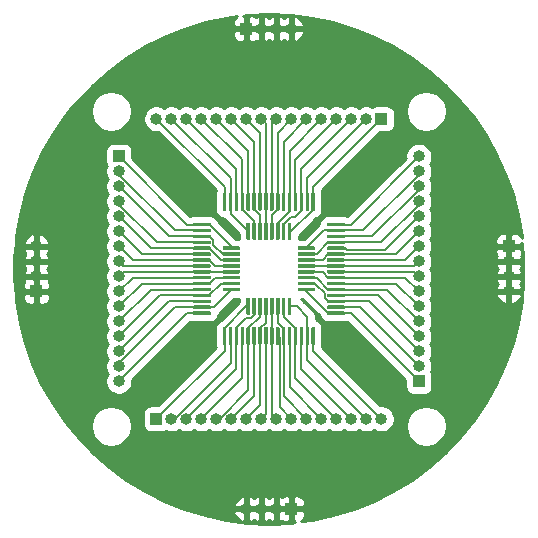
<source format=gtl>
%TF.GenerationSoftware,KiCad,Pcbnew,5.1.10*%
%TF.CreationDate,2021-10-22T01:17:49+03:00*%
%TF.ProjectId,breakouts_qfp,62726561-6b6f-4757-9473-5f7166702e6b,rev?*%
%TF.SameCoordinates,Original*%
%TF.FileFunction,Copper,L1,Top*%
%TF.FilePolarity,Positive*%
%FSLAX46Y46*%
G04 Gerber Fmt 4.6, Leading zero omitted, Abs format (unit mm)*
G04 Created by KiCad (PCBNEW 5.1.10) date 2021-10-22 01:17:49*
%MOMM*%
%LPD*%
G01*
G04 APERTURE LIST*
%TA.AperFunction,ComponentPad*%
%ADD10O,1.000000X1.000000*%
%TD*%
%TA.AperFunction,ComponentPad*%
%ADD11R,1.000000X1.000000*%
%TD*%
%TA.AperFunction,Conductor*%
%ADD12C,0.150000*%
%TD*%
%TA.AperFunction,Conductor*%
%ADD13C,0.254000*%
%TD*%
%TA.AperFunction,Conductor*%
%ADD14C,0.100000*%
%TD*%
G04 APERTURE END LIST*
D10*
%TO.P,J8,4*%
%TO.N,GND*%
X151130000Y-73025000D03*
%TO.P,J8,3*%
X151130000Y-71755000D03*
%TO.P,J8,2*%
X151130000Y-70485000D03*
D11*
%TO.P,J8,1*%
X151130000Y-69215000D03*
%TD*%
D10*
%TO.P,J7,4*%
%TO.N,GND*%
X128905000Y-91440000D03*
%TO.P,J7,3*%
X130175000Y-91440000D03*
%TO.P,J7,2*%
X131445000Y-91440000D03*
D11*
%TO.P,J7,1*%
X132715000Y-91440000D03*
%TD*%
D10*
%TO.P,J6,4*%
%TO.N,GND*%
X132715000Y-50800000D03*
%TO.P,J6,3*%
X131445000Y-50800000D03*
%TO.P,J6,2*%
X130175000Y-50800000D03*
D11*
%TO.P,J6,1*%
X128905000Y-50800000D03*
%TD*%
D10*
%TO.P,J5,4*%
%TO.N,GND*%
X111125000Y-69215000D03*
%TO.P,J5,3*%
X111125000Y-70485000D03*
%TO.P,J5,2*%
X111125000Y-71755000D03*
D11*
%TO.P,J5,1*%
X111125000Y-73025000D03*
%TD*%
D10*
%TO.P,J4,16*%
%TO.N,Net-(J4-Pad16)*%
X140335000Y-83820000D03*
%TO.P,J4,15*%
%TO.N,Net-(J4-Pad15)*%
X139065000Y-83820000D03*
%TO.P,J4,14*%
%TO.N,Net-(J4-Pad14)*%
X137795000Y-83820000D03*
%TO.P,J4,13*%
%TO.N,Net-(J4-Pad13)*%
X136525000Y-83820000D03*
%TO.P,J4,12*%
%TO.N,Net-(J4-Pad12)*%
X135255000Y-83820000D03*
%TO.P,J4,11*%
%TO.N,Net-(J4-Pad11)*%
X133985000Y-83820000D03*
%TO.P,J4,10*%
%TO.N,Net-(J4-Pad10)*%
X132715000Y-83820000D03*
%TO.P,J4,9*%
%TO.N,Net-(J4-Pad9)*%
X131445000Y-83820000D03*
%TO.P,J4,8*%
%TO.N,Net-(J4-Pad8)*%
X130175000Y-83820000D03*
%TO.P,J4,7*%
%TO.N,Net-(J4-Pad7)*%
X128905000Y-83820000D03*
%TO.P,J4,6*%
%TO.N,Net-(J4-Pad6)*%
X127635000Y-83820000D03*
%TO.P,J4,5*%
%TO.N,Net-(J4-Pad5)*%
X126365000Y-83820000D03*
%TO.P,J4,4*%
%TO.N,Net-(J4-Pad4)*%
X125095000Y-83820000D03*
%TO.P,J4,3*%
%TO.N,Net-(J4-Pad3)*%
X123825000Y-83820000D03*
%TO.P,J4,2*%
%TO.N,Net-(J4-Pad2)*%
X122555000Y-83820000D03*
D11*
%TO.P,J4,1*%
%TO.N,Net-(J4-Pad1)*%
X121285000Y-83820000D03*
%TD*%
D10*
%TO.P,J3,16*%
%TO.N,Net-(J3-Pad16)*%
X143510000Y-61595000D03*
%TO.P,J3,15*%
%TO.N,Net-(J3-Pad15)*%
X143510000Y-62865000D03*
%TO.P,J3,14*%
%TO.N,Net-(J3-Pad14)*%
X143510000Y-64135000D03*
%TO.P,J3,13*%
%TO.N,Net-(J3-Pad13)*%
X143510000Y-65405000D03*
%TO.P,J3,12*%
%TO.N,Net-(J3-Pad12)*%
X143510000Y-66675000D03*
%TO.P,J3,11*%
%TO.N,Net-(J3-Pad11)*%
X143510000Y-67945000D03*
%TO.P,J3,10*%
%TO.N,Net-(J3-Pad10)*%
X143510000Y-69215000D03*
%TO.P,J3,9*%
%TO.N,Net-(J3-Pad9)*%
X143510000Y-70485000D03*
%TO.P,J3,8*%
%TO.N,Net-(J3-Pad8)*%
X143510000Y-71755000D03*
%TO.P,J3,7*%
%TO.N,Net-(J3-Pad7)*%
X143510000Y-73025000D03*
%TO.P,J3,6*%
%TO.N,Net-(J3-Pad6)*%
X143510000Y-74295000D03*
%TO.P,J3,5*%
%TO.N,Net-(J3-Pad5)*%
X143510000Y-75565000D03*
%TO.P,J3,4*%
%TO.N,Net-(J3-Pad4)*%
X143510000Y-76835000D03*
%TO.P,J3,3*%
%TO.N,Net-(J3-Pad3)*%
X143510000Y-78105000D03*
%TO.P,J3,2*%
%TO.N,Net-(J3-Pad2)*%
X143510000Y-79375000D03*
D11*
%TO.P,J3,1*%
%TO.N,Net-(J3-Pad1)*%
X143510000Y-80645000D03*
%TD*%
D10*
%TO.P,J2,16*%
%TO.N,Net-(J2-Pad16)*%
X118110000Y-80645000D03*
%TO.P,J2,15*%
%TO.N,Net-(J2-Pad15)*%
X118110000Y-79375000D03*
%TO.P,J2,14*%
%TO.N,Net-(J2-Pad14)*%
X118110000Y-78105000D03*
%TO.P,J2,13*%
%TO.N,Net-(J2-Pad13)*%
X118110000Y-76835000D03*
%TO.P,J2,12*%
%TO.N,Net-(J2-Pad12)*%
X118110000Y-75565000D03*
%TO.P,J2,11*%
%TO.N,Net-(J2-Pad11)*%
X118110000Y-74295000D03*
%TO.P,J2,10*%
%TO.N,Net-(J2-Pad10)*%
X118110000Y-73025000D03*
%TO.P,J2,9*%
%TO.N,Net-(J2-Pad9)*%
X118110000Y-71755000D03*
%TO.P,J2,8*%
%TO.N,Net-(J2-Pad8)*%
X118110000Y-70485000D03*
%TO.P,J2,7*%
%TO.N,Net-(J2-Pad7)*%
X118110000Y-69215000D03*
%TO.P,J2,6*%
%TO.N,Net-(J2-Pad6)*%
X118110000Y-67945000D03*
%TO.P,J2,5*%
%TO.N,Net-(J2-Pad5)*%
X118110000Y-66675000D03*
%TO.P,J2,4*%
%TO.N,Net-(J2-Pad4)*%
X118110000Y-65405000D03*
%TO.P,J2,3*%
%TO.N,Net-(J2-Pad3)*%
X118110000Y-64135000D03*
%TO.P,J2,2*%
%TO.N,Net-(J2-Pad2)*%
X118110000Y-62865000D03*
D11*
%TO.P,J2,1*%
%TO.N,Net-(J2-Pad1)*%
X118110000Y-61595000D03*
%TD*%
D10*
%TO.P,J1,16*%
%TO.N,Net-(J1-Pad16)*%
X121285000Y-58420000D03*
%TO.P,J1,15*%
%TO.N,Net-(J1-Pad15)*%
X122555000Y-58420000D03*
%TO.P,J1,14*%
%TO.N,Net-(J1-Pad14)*%
X123825000Y-58420000D03*
%TO.P,J1,13*%
%TO.N,Net-(J1-Pad13)*%
X125095000Y-58420000D03*
%TO.P,J1,12*%
%TO.N,Net-(J1-Pad12)*%
X126365000Y-58420000D03*
%TO.P,J1,11*%
%TO.N,Net-(J1-Pad11)*%
X127635000Y-58420000D03*
%TO.P,J1,10*%
%TO.N,Net-(J1-Pad10)*%
X128905000Y-58420000D03*
%TO.P,J1,9*%
%TO.N,Net-(J1-Pad9)*%
X130175000Y-58420000D03*
%TO.P,J1,8*%
%TO.N,Net-(J1-Pad8)*%
X131445000Y-58420000D03*
%TO.P,J1,7*%
%TO.N,Net-(J1-Pad7)*%
X132715000Y-58420000D03*
%TO.P,J1,6*%
%TO.N,Net-(J1-Pad6)*%
X133985000Y-58420000D03*
%TO.P,J1,5*%
%TO.N,Net-(J1-Pad5)*%
X135255000Y-58420000D03*
%TO.P,J1,4*%
%TO.N,Net-(J1-Pad4)*%
X136525000Y-58420000D03*
%TO.P,J1,3*%
%TO.N,Net-(J1-Pad3)*%
X137795000Y-58420000D03*
%TO.P,J1,2*%
%TO.N,Net-(J1-Pad2)*%
X139065000Y-58420000D03*
D11*
%TO.P,J1,1*%
%TO.N,Net-(J1-Pad1)*%
X140335000Y-58420000D03*
%TD*%
%TO.P,U2,64*%
%TO.N,Net-(J1-Pad16)*%
%TA.AperFunction,SMDPad,CuDef*%
G36*
G01*
X126910000Y-66145000D02*
X126910000Y-64745000D01*
G75*
G02*
X126985000Y-64670000I75000J0D01*
G01*
X127135000Y-64670000D01*
G75*
G02*
X127210000Y-64745000I0J-75000D01*
G01*
X127210000Y-66145000D01*
G75*
G02*
X127135000Y-66220000I-75000J0D01*
G01*
X126985000Y-66220000D01*
G75*
G02*
X126910000Y-66145000I0J75000D01*
G01*
G37*
%TD.AperFunction*%
%TO.P,U2,63*%
%TO.N,Net-(J1-Pad15)*%
%TA.AperFunction,SMDPad,CuDef*%
G36*
G01*
X127410000Y-66145000D02*
X127410000Y-64745000D01*
G75*
G02*
X127485000Y-64670000I75000J0D01*
G01*
X127635000Y-64670000D01*
G75*
G02*
X127710000Y-64745000I0J-75000D01*
G01*
X127710000Y-66145000D01*
G75*
G02*
X127635000Y-66220000I-75000J0D01*
G01*
X127485000Y-66220000D01*
G75*
G02*
X127410000Y-66145000I0J75000D01*
G01*
G37*
%TD.AperFunction*%
%TO.P,U2,62*%
%TO.N,Net-(J1-Pad14)*%
%TA.AperFunction,SMDPad,CuDef*%
G36*
G01*
X127910000Y-66145000D02*
X127910000Y-64745000D01*
G75*
G02*
X127985000Y-64670000I75000J0D01*
G01*
X128135000Y-64670000D01*
G75*
G02*
X128210000Y-64745000I0J-75000D01*
G01*
X128210000Y-66145000D01*
G75*
G02*
X128135000Y-66220000I-75000J0D01*
G01*
X127985000Y-66220000D01*
G75*
G02*
X127910000Y-66145000I0J75000D01*
G01*
G37*
%TD.AperFunction*%
%TO.P,U2,61*%
%TO.N,Net-(J1-Pad13)*%
%TA.AperFunction,SMDPad,CuDef*%
G36*
G01*
X128410000Y-66145000D02*
X128410000Y-64745000D01*
G75*
G02*
X128485000Y-64670000I75000J0D01*
G01*
X128635000Y-64670000D01*
G75*
G02*
X128710000Y-64745000I0J-75000D01*
G01*
X128710000Y-66145000D01*
G75*
G02*
X128635000Y-66220000I-75000J0D01*
G01*
X128485000Y-66220000D01*
G75*
G02*
X128410000Y-66145000I0J75000D01*
G01*
G37*
%TD.AperFunction*%
%TO.P,U2,60*%
%TO.N,Net-(J1-Pad12)*%
%TA.AperFunction,SMDPad,CuDef*%
G36*
G01*
X128910000Y-66145000D02*
X128910000Y-64745000D01*
G75*
G02*
X128985000Y-64670000I75000J0D01*
G01*
X129135000Y-64670000D01*
G75*
G02*
X129210000Y-64745000I0J-75000D01*
G01*
X129210000Y-66145000D01*
G75*
G02*
X129135000Y-66220000I-75000J0D01*
G01*
X128985000Y-66220000D01*
G75*
G02*
X128910000Y-66145000I0J75000D01*
G01*
G37*
%TD.AperFunction*%
%TO.P,U2,59*%
%TO.N,Net-(J1-Pad11)*%
%TA.AperFunction,SMDPad,CuDef*%
G36*
G01*
X129410000Y-66145000D02*
X129410000Y-64745000D01*
G75*
G02*
X129485000Y-64670000I75000J0D01*
G01*
X129635000Y-64670000D01*
G75*
G02*
X129710000Y-64745000I0J-75000D01*
G01*
X129710000Y-66145000D01*
G75*
G02*
X129635000Y-66220000I-75000J0D01*
G01*
X129485000Y-66220000D01*
G75*
G02*
X129410000Y-66145000I0J75000D01*
G01*
G37*
%TD.AperFunction*%
%TO.P,U2,58*%
%TO.N,Net-(J1-Pad10)*%
%TA.AperFunction,SMDPad,CuDef*%
G36*
G01*
X129910000Y-66145000D02*
X129910000Y-64745000D01*
G75*
G02*
X129985000Y-64670000I75000J0D01*
G01*
X130135000Y-64670000D01*
G75*
G02*
X130210000Y-64745000I0J-75000D01*
G01*
X130210000Y-66145000D01*
G75*
G02*
X130135000Y-66220000I-75000J0D01*
G01*
X129985000Y-66220000D01*
G75*
G02*
X129910000Y-66145000I0J75000D01*
G01*
G37*
%TD.AperFunction*%
%TO.P,U2,57*%
%TO.N,Net-(J1-Pad9)*%
%TA.AperFunction,SMDPad,CuDef*%
G36*
G01*
X130410000Y-66145000D02*
X130410000Y-64745000D01*
G75*
G02*
X130485000Y-64670000I75000J0D01*
G01*
X130635000Y-64670000D01*
G75*
G02*
X130710000Y-64745000I0J-75000D01*
G01*
X130710000Y-66145000D01*
G75*
G02*
X130635000Y-66220000I-75000J0D01*
G01*
X130485000Y-66220000D01*
G75*
G02*
X130410000Y-66145000I0J75000D01*
G01*
G37*
%TD.AperFunction*%
%TO.P,U2,56*%
%TO.N,Net-(J1-Pad8)*%
%TA.AperFunction,SMDPad,CuDef*%
G36*
G01*
X130910000Y-66145000D02*
X130910000Y-64745000D01*
G75*
G02*
X130985000Y-64670000I75000J0D01*
G01*
X131135000Y-64670000D01*
G75*
G02*
X131210000Y-64745000I0J-75000D01*
G01*
X131210000Y-66145000D01*
G75*
G02*
X131135000Y-66220000I-75000J0D01*
G01*
X130985000Y-66220000D01*
G75*
G02*
X130910000Y-66145000I0J75000D01*
G01*
G37*
%TD.AperFunction*%
%TO.P,U2,55*%
%TO.N,Net-(J1-Pad7)*%
%TA.AperFunction,SMDPad,CuDef*%
G36*
G01*
X131410000Y-66145000D02*
X131410000Y-64745000D01*
G75*
G02*
X131485000Y-64670000I75000J0D01*
G01*
X131635000Y-64670000D01*
G75*
G02*
X131710000Y-64745000I0J-75000D01*
G01*
X131710000Y-66145000D01*
G75*
G02*
X131635000Y-66220000I-75000J0D01*
G01*
X131485000Y-66220000D01*
G75*
G02*
X131410000Y-66145000I0J75000D01*
G01*
G37*
%TD.AperFunction*%
%TO.P,U2,54*%
%TO.N,Net-(J1-Pad6)*%
%TA.AperFunction,SMDPad,CuDef*%
G36*
G01*
X131910000Y-66145000D02*
X131910000Y-64745000D01*
G75*
G02*
X131985000Y-64670000I75000J0D01*
G01*
X132135000Y-64670000D01*
G75*
G02*
X132210000Y-64745000I0J-75000D01*
G01*
X132210000Y-66145000D01*
G75*
G02*
X132135000Y-66220000I-75000J0D01*
G01*
X131985000Y-66220000D01*
G75*
G02*
X131910000Y-66145000I0J75000D01*
G01*
G37*
%TD.AperFunction*%
%TO.P,U2,53*%
%TO.N,Net-(J1-Pad5)*%
%TA.AperFunction,SMDPad,CuDef*%
G36*
G01*
X132410000Y-66145000D02*
X132410000Y-64745000D01*
G75*
G02*
X132485000Y-64670000I75000J0D01*
G01*
X132635000Y-64670000D01*
G75*
G02*
X132710000Y-64745000I0J-75000D01*
G01*
X132710000Y-66145000D01*
G75*
G02*
X132635000Y-66220000I-75000J0D01*
G01*
X132485000Y-66220000D01*
G75*
G02*
X132410000Y-66145000I0J75000D01*
G01*
G37*
%TD.AperFunction*%
%TO.P,U2,52*%
%TO.N,Net-(J1-Pad4)*%
%TA.AperFunction,SMDPad,CuDef*%
G36*
G01*
X132910000Y-66145000D02*
X132910000Y-64745000D01*
G75*
G02*
X132985000Y-64670000I75000J0D01*
G01*
X133135000Y-64670000D01*
G75*
G02*
X133210000Y-64745000I0J-75000D01*
G01*
X133210000Y-66145000D01*
G75*
G02*
X133135000Y-66220000I-75000J0D01*
G01*
X132985000Y-66220000D01*
G75*
G02*
X132910000Y-66145000I0J75000D01*
G01*
G37*
%TD.AperFunction*%
%TO.P,U2,51*%
%TO.N,Net-(J1-Pad3)*%
%TA.AperFunction,SMDPad,CuDef*%
G36*
G01*
X133410000Y-66145000D02*
X133410000Y-64745000D01*
G75*
G02*
X133485000Y-64670000I75000J0D01*
G01*
X133635000Y-64670000D01*
G75*
G02*
X133710000Y-64745000I0J-75000D01*
G01*
X133710000Y-66145000D01*
G75*
G02*
X133635000Y-66220000I-75000J0D01*
G01*
X133485000Y-66220000D01*
G75*
G02*
X133410000Y-66145000I0J75000D01*
G01*
G37*
%TD.AperFunction*%
%TO.P,U2,50*%
%TO.N,Net-(J1-Pad2)*%
%TA.AperFunction,SMDPad,CuDef*%
G36*
G01*
X133910000Y-66145000D02*
X133910000Y-64745000D01*
G75*
G02*
X133985000Y-64670000I75000J0D01*
G01*
X134135000Y-64670000D01*
G75*
G02*
X134210000Y-64745000I0J-75000D01*
G01*
X134210000Y-66145000D01*
G75*
G02*
X134135000Y-66220000I-75000J0D01*
G01*
X133985000Y-66220000D01*
G75*
G02*
X133910000Y-66145000I0J75000D01*
G01*
G37*
%TD.AperFunction*%
%TO.P,U2,49*%
%TO.N,Net-(J1-Pad1)*%
%TA.AperFunction,SMDPad,CuDef*%
G36*
G01*
X134410000Y-66145000D02*
X134410000Y-64745000D01*
G75*
G02*
X134485000Y-64670000I75000J0D01*
G01*
X134635000Y-64670000D01*
G75*
G02*
X134710000Y-64745000I0J-75000D01*
G01*
X134710000Y-66145000D01*
G75*
G02*
X134635000Y-66220000I-75000J0D01*
G01*
X134485000Y-66220000D01*
G75*
G02*
X134410000Y-66145000I0J75000D01*
G01*
G37*
%TD.AperFunction*%
%TO.P,U2,48*%
%TO.N,Net-(J3-Pad16)*%
%TA.AperFunction,SMDPad,CuDef*%
G36*
G01*
X135710000Y-67445000D02*
X135710000Y-67295000D01*
G75*
G02*
X135785000Y-67220000I75000J0D01*
G01*
X137185000Y-67220000D01*
G75*
G02*
X137260000Y-67295000I0J-75000D01*
G01*
X137260000Y-67445000D01*
G75*
G02*
X137185000Y-67520000I-75000J0D01*
G01*
X135785000Y-67520000D01*
G75*
G02*
X135710000Y-67445000I0J75000D01*
G01*
G37*
%TD.AperFunction*%
%TO.P,U2,47*%
%TO.N,Net-(J3-Pad15)*%
%TA.AperFunction,SMDPad,CuDef*%
G36*
G01*
X135710000Y-67945000D02*
X135710000Y-67795000D01*
G75*
G02*
X135785000Y-67720000I75000J0D01*
G01*
X137185000Y-67720000D01*
G75*
G02*
X137260000Y-67795000I0J-75000D01*
G01*
X137260000Y-67945000D01*
G75*
G02*
X137185000Y-68020000I-75000J0D01*
G01*
X135785000Y-68020000D01*
G75*
G02*
X135710000Y-67945000I0J75000D01*
G01*
G37*
%TD.AperFunction*%
%TO.P,U2,46*%
%TO.N,Net-(J3-Pad14)*%
%TA.AperFunction,SMDPad,CuDef*%
G36*
G01*
X135710000Y-68445000D02*
X135710000Y-68295000D01*
G75*
G02*
X135785000Y-68220000I75000J0D01*
G01*
X137185000Y-68220000D01*
G75*
G02*
X137260000Y-68295000I0J-75000D01*
G01*
X137260000Y-68445000D01*
G75*
G02*
X137185000Y-68520000I-75000J0D01*
G01*
X135785000Y-68520000D01*
G75*
G02*
X135710000Y-68445000I0J75000D01*
G01*
G37*
%TD.AperFunction*%
%TO.P,U2,45*%
%TO.N,Net-(J3-Pad13)*%
%TA.AperFunction,SMDPad,CuDef*%
G36*
G01*
X135710000Y-68945000D02*
X135710000Y-68795000D01*
G75*
G02*
X135785000Y-68720000I75000J0D01*
G01*
X137185000Y-68720000D01*
G75*
G02*
X137260000Y-68795000I0J-75000D01*
G01*
X137260000Y-68945000D01*
G75*
G02*
X137185000Y-69020000I-75000J0D01*
G01*
X135785000Y-69020000D01*
G75*
G02*
X135710000Y-68945000I0J75000D01*
G01*
G37*
%TD.AperFunction*%
%TO.P,U2,44*%
%TO.N,Net-(J3-Pad12)*%
%TA.AperFunction,SMDPad,CuDef*%
G36*
G01*
X135710000Y-69445000D02*
X135710000Y-69295000D01*
G75*
G02*
X135785000Y-69220000I75000J0D01*
G01*
X137185000Y-69220000D01*
G75*
G02*
X137260000Y-69295000I0J-75000D01*
G01*
X137260000Y-69445000D01*
G75*
G02*
X137185000Y-69520000I-75000J0D01*
G01*
X135785000Y-69520000D01*
G75*
G02*
X135710000Y-69445000I0J75000D01*
G01*
G37*
%TD.AperFunction*%
%TO.P,U2,43*%
%TO.N,Net-(J3-Pad11)*%
%TA.AperFunction,SMDPad,CuDef*%
G36*
G01*
X135710000Y-69945000D02*
X135710000Y-69795000D01*
G75*
G02*
X135785000Y-69720000I75000J0D01*
G01*
X137185000Y-69720000D01*
G75*
G02*
X137260000Y-69795000I0J-75000D01*
G01*
X137260000Y-69945000D01*
G75*
G02*
X137185000Y-70020000I-75000J0D01*
G01*
X135785000Y-70020000D01*
G75*
G02*
X135710000Y-69945000I0J75000D01*
G01*
G37*
%TD.AperFunction*%
%TO.P,U2,42*%
%TO.N,Net-(J3-Pad10)*%
%TA.AperFunction,SMDPad,CuDef*%
G36*
G01*
X135710000Y-70445000D02*
X135710000Y-70295000D01*
G75*
G02*
X135785000Y-70220000I75000J0D01*
G01*
X137185000Y-70220000D01*
G75*
G02*
X137260000Y-70295000I0J-75000D01*
G01*
X137260000Y-70445000D01*
G75*
G02*
X137185000Y-70520000I-75000J0D01*
G01*
X135785000Y-70520000D01*
G75*
G02*
X135710000Y-70445000I0J75000D01*
G01*
G37*
%TD.AperFunction*%
%TO.P,U2,41*%
%TO.N,Net-(J3-Pad9)*%
%TA.AperFunction,SMDPad,CuDef*%
G36*
G01*
X135710000Y-70945000D02*
X135710000Y-70795000D01*
G75*
G02*
X135785000Y-70720000I75000J0D01*
G01*
X137185000Y-70720000D01*
G75*
G02*
X137260000Y-70795000I0J-75000D01*
G01*
X137260000Y-70945000D01*
G75*
G02*
X137185000Y-71020000I-75000J0D01*
G01*
X135785000Y-71020000D01*
G75*
G02*
X135710000Y-70945000I0J75000D01*
G01*
G37*
%TD.AperFunction*%
%TO.P,U2,40*%
%TO.N,Net-(J3-Pad8)*%
%TA.AperFunction,SMDPad,CuDef*%
G36*
G01*
X135710000Y-71445000D02*
X135710000Y-71295000D01*
G75*
G02*
X135785000Y-71220000I75000J0D01*
G01*
X137185000Y-71220000D01*
G75*
G02*
X137260000Y-71295000I0J-75000D01*
G01*
X137260000Y-71445000D01*
G75*
G02*
X137185000Y-71520000I-75000J0D01*
G01*
X135785000Y-71520000D01*
G75*
G02*
X135710000Y-71445000I0J75000D01*
G01*
G37*
%TD.AperFunction*%
%TO.P,U2,39*%
%TO.N,Net-(J3-Pad7)*%
%TA.AperFunction,SMDPad,CuDef*%
G36*
G01*
X135710000Y-71945000D02*
X135710000Y-71795000D01*
G75*
G02*
X135785000Y-71720000I75000J0D01*
G01*
X137185000Y-71720000D01*
G75*
G02*
X137260000Y-71795000I0J-75000D01*
G01*
X137260000Y-71945000D01*
G75*
G02*
X137185000Y-72020000I-75000J0D01*
G01*
X135785000Y-72020000D01*
G75*
G02*
X135710000Y-71945000I0J75000D01*
G01*
G37*
%TD.AperFunction*%
%TO.P,U2,38*%
%TO.N,Net-(J3-Pad6)*%
%TA.AperFunction,SMDPad,CuDef*%
G36*
G01*
X135710000Y-72445000D02*
X135710000Y-72295000D01*
G75*
G02*
X135785000Y-72220000I75000J0D01*
G01*
X137185000Y-72220000D01*
G75*
G02*
X137260000Y-72295000I0J-75000D01*
G01*
X137260000Y-72445000D01*
G75*
G02*
X137185000Y-72520000I-75000J0D01*
G01*
X135785000Y-72520000D01*
G75*
G02*
X135710000Y-72445000I0J75000D01*
G01*
G37*
%TD.AperFunction*%
%TO.P,U2,37*%
%TO.N,Net-(J3-Pad5)*%
%TA.AperFunction,SMDPad,CuDef*%
G36*
G01*
X135710000Y-72945000D02*
X135710000Y-72795000D01*
G75*
G02*
X135785000Y-72720000I75000J0D01*
G01*
X137185000Y-72720000D01*
G75*
G02*
X137260000Y-72795000I0J-75000D01*
G01*
X137260000Y-72945000D01*
G75*
G02*
X137185000Y-73020000I-75000J0D01*
G01*
X135785000Y-73020000D01*
G75*
G02*
X135710000Y-72945000I0J75000D01*
G01*
G37*
%TD.AperFunction*%
%TO.P,U2,36*%
%TO.N,Net-(J3-Pad4)*%
%TA.AperFunction,SMDPad,CuDef*%
G36*
G01*
X135710000Y-73445000D02*
X135710000Y-73295000D01*
G75*
G02*
X135785000Y-73220000I75000J0D01*
G01*
X137185000Y-73220000D01*
G75*
G02*
X137260000Y-73295000I0J-75000D01*
G01*
X137260000Y-73445000D01*
G75*
G02*
X137185000Y-73520000I-75000J0D01*
G01*
X135785000Y-73520000D01*
G75*
G02*
X135710000Y-73445000I0J75000D01*
G01*
G37*
%TD.AperFunction*%
%TO.P,U2,35*%
%TO.N,Net-(J3-Pad3)*%
%TA.AperFunction,SMDPad,CuDef*%
G36*
G01*
X135710000Y-73945000D02*
X135710000Y-73795000D01*
G75*
G02*
X135785000Y-73720000I75000J0D01*
G01*
X137185000Y-73720000D01*
G75*
G02*
X137260000Y-73795000I0J-75000D01*
G01*
X137260000Y-73945000D01*
G75*
G02*
X137185000Y-74020000I-75000J0D01*
G01*
X135785000Y-74020000D01*
G75*
G02*
X135710000Y-73945000I0J75000D01*
G01*
G37*
%TD.AperFunction*%
%TO.P,U2,34*%
%TO.N,Net-(J3-Pad2)*%
%TA.AperFunction,SMDPad,CuDef*%
G36*
G01*
X135710000Y-74445000D02*
X135710000Y-74295000D01*
G75*
G02*
X135785000Y-74220000I75000J0D01*
G01*
X137185000Y-74220000D01*
G75*
G02*
X137260000Y-74295000I0J-75000D01*
G01*
X137260000Y-74445000D01*
G75*
G02*
X137185000Y-74520000I-75000J0D01*
G01*
X135785000Y-74520000D01*
G75*
G02*
X135710000Y-74445000I0J75000D01*
G01*
G37*
%TD.AperFunction*%
%TO.P,U2,33*%
%TO.N,Net-(J3-Pad1)*%
%TA.AperFunction,SMDPad,CuDef*%
G36*
G01*
X135710000Y-74945000D02*
X135710000Y-74795000D01*
G75*
G02*
X135785000Y-74720000I75000J0D01*
G01*
X137185000Y-74720000D01*
G75*
G02*
X137260000Y-74795000I0J-75000D01*
G01*
X137260000Y-74945000D01*
G75*
G02*
X137185000Y-75020000I-75000J0D01*
G01*
X135785000Y-75020000D01*
G75*
G02*
X135710000Y-74945000I0J75000D01*
G01*
G37*
%TD.AperFunction*%
%TO.P,U2,32*%
%TO.N,Net-(J4-Pad16)*%
%TA.AperFunction,SMDPad,CuDef*%
G36*
G01*
X134410000Y-77495000D02*
X134410000Y-76095000D01*
G75*
G02*
X134485000Y-76020000I75000J0D01*
G01*
X134635000Y-76020000D01*
G75*
G02*
X134710000Y-76095000I0J-75000D01*
G01*
X134710000Y-77495000D01*
G75*
G02*
X134635000Y-77570000I-75000J0D01*
G01*
X134485000Y-77570000D01*
G75*
G02*
X134410000Y-77495000I0J75000D01*
G01*
G37*
%TD.AperFunction*%
%TO.P,U2,31*%
%TO.N,Net-(J4-Pad15)*%
%TA.AperFunction,SMDPad,CuDef*%
G36*
G01*
X133910000Y-77495000D02*
X133910000Y-76095000D01*
G75*
G02*
X133985000Y-76020000I75000J0D01*
G01*
X134135000Y-76020000D01*
G75*
G02*
X134210000Y-76095000I0J-75000D01*
G01*
X134210000Y-77495000D01*
G75*
G02*
X134135000Y-77570000I-75000J0D01*
G01*
X133985000Y-77570000D01*
G75*
G02*
X133910000Y-77495000I0J75000D01*
G01*
G37*
%TD.AperFunction*%
%TO.P,U2,30*%
%TO.N,Net-(J4-Pad14)*%
%TA.AperFunction,SMDPad,CuDef*%
G36*
G01*
X133410000Y-77495000D02*
X133410000Y-76095000D01*
G75*
G02*
X133485000Y-76020000I75000J0D01*
G01*
X133635000Y-76020000D01*
G75*
G02*
X133710000Y-76095000I0J-75000D01*
G01*
X133710000Y-77495000D01*
G75*
G02*
X133635000Y-77570000I-75000J0D01*
G01*
X133485000Y-77570000D01*
G75*
G02*
X133410000Y-77495000I0J75000D01*
G01*
G37*
%TD.AperFunction*%
%TO.P,U2,29*%
%TO.N,Net-(J4-Pad13)*%
%TA.AperFunction,SMDPad,CuDef*%
G36*
G01*
X132910000Y-77495000D02*
X132910000Y-76095000D01*
G75*
G02*
X132985000Y-76020000I75000J0D01*
G01*
X133135000Y-76020000D01*
G75*
G02*
X133210000Y-76095000I0J-75000D01*
G01*
X133210000Y-77495000D01*
G75*
G02*
X133135000Y-77570000I-75000J0D01*
G01*
X132985000Y-77570000D01*
G75*
G02*
X132910000Y-77495000I0J75000D01*
G01*
G37*
%TD.AperFunction*%
%TO.P,U2,28*%
%TO.N,Net-(J4-Pad12)*%
%TA.AperFunction,SMDPad,CuDef*%
G36*
G01*
X132410000Y-77495000D02*
X132410000Y-76095000D01*
G75*
G02*
X132485000Y-76020000I75000J0D01*
G01*
X132635000Y-76020000D01*
G75*
G02*
X132710000Y-76095000I0J-75000D01*
G01*
X132710000Y-77495000D01*
G75*
G02*
X132635000Y-77570000I-75000J0D01*
G01*
X132485000Y-77570000D01*
G75*
G02*
X132410000Y-77495000I0J75000D01*
G01*
G37*
%TD.AperFunction*%
%TO.P,U2,27*%
%TO.N,Net-(J4-Pad11)*%
%TA.AperFunction,SMDPad,CuDef*%
G36*
G01*
X131910000Y-77495000D02*
X131910000Y-76095000D01*
G75*
G02*
X131985000Y-76020000I75000J0D01*
G01*
X132135000Y-76020000D01*
G75*
G02*
X132210000Y-76095000I0J-75000D01*
G01*
X132210000Y-77495000D01*
G75*
G02*
X132135000Y-77570000I-75000J0D01*
G01*
X131985000Y-77570000D01*
G75*
G02*
X131910000Y-77495000I0J75000D01*
G01*
G37*
%TD.AperFunction*%
%TO.P,U2,26*%
%TO.N,Net-(J4-Pad10)*%
%TA.AperFunction,SMDPad,CuDef*%
G36*
G01*
X131410000Y-77495000D02*
X131410000Y-76095000D01*
G75*
G02*
X131485000Y-76020000I75000J0D01*
G01*
X131635000Y-76020000D01*
G75*
G02*
X131710000Y-76095000I0J-75000D01*
G01*
X131710000Y-77495000D01*
G75*
G02*
X131635000Y-77570000I-75000J0D01*
G01*
X131485000Y-77570000D01*
G75*
G02*
X131410000Y-77495000I0J75000D01*
G01*
G37*
%TD.AperFunction*%
%TO.P,U2,25*%
%TO.N,Net-(J4-Pad9)*%
%TA.AperFunction,SMDPad,CuDef*%
G36*
G01*
X130910000Y-77495000D02*
X130910000Y-76095000D01*
G75*
G02*
X130985000Y-76020000I75000J0D01*
G01*
X131135000Y-76020000D01*
G75*
G02*
X131210000Y-76095000I0J-75000D01*
G01*
X131210000Y-77495000D01*
G75*
G02*
X131135000Y-77570000I-75000J0D01*
G01*
X130985000Y-77570000D01*
G75*
G02*
X130910000Y-77495000I0J75000D01*
G01*
G37*
%TD.AperFunction*%
%TO.P,U2,24*%
%TO.N,Net-(J4-Pad8)*%
%TA.AperFunction,SMDPad,CuDef*%
G36*
G01*
X130410000Y-77495000D02*
X130410000Y-76095000D01*
G75*
G02*
X130485000Y-76020000I75000J0D01*
G01*
X130635000Y-76020000D01*
G75*
G02*
X130710000Y-76095000I0J-75000D01*
G01*
X130710000Y-77495000D01*
G75*
G02*
X130635000Y-77570000I-75000J0D01*
G01*
X130485000Y-77570000D01*
G75*
G02*
X130410000Y-77495000I0J75000D01*
G01*
G37*
%TD.AperFunction*%
%TO.P,U2,23*%
%TO.N,Net-(J4-Pad7)*%
%TA.AperFunction,SMDPad,CuDef*%
G36*
G01*
X129910000Y-77495000D02*
X129910000Y-76095000D01*
G75*
G02*
X129985000Y-76020000I75000J0D01*
G01*
X130135000Y-76020000D01*
G75*
G02*
X130210000Y-76095000I0J-75000D01*
G01*
X130210000Y-77495000D01*
G75*
G02*
X130135000Y-77570000I-75000J0D01*
G01*
X129985000Y-77570000D01*
G75*
G02*
X129910000Y-77495000I0J75000D01*
G01*
G37*
%TD.AperFunction*%
%TO.P,U2,22*%
%TO.N,Net-(J4-Pad6)*%
%TA.AperFunction,SMDPad,CuDef*%
G36*
G01*
X129410000Y-77495000D02*
X129410000Y-76095000D01*
G75*
G02*
X129485000Y-76020000I75000J0D01*
G01*
X129635000Y-76020000D01*
G75*
G02*
X129710000Y-76095000I0J-75000D01*
G01*
X129710000Y-77495000D01*
G75*
G02*
X129635000Y-77570000I-75000J0D01*
G01*
X129485000Y-77570000D01*
G75*
G02*
X129410000Y-77495000I0J75000D01*
G01*
G37*
%TD.AperFunction*%
%TO.P,U2,21*%
%TO.N,Net-(J4-Pad5)*%
%TA.AperFunction,SMDPad,CuDef*%
G36*
G01*
X128910000Y-77495000D02*
X128910000Y-76095000D01*
G75*
G02*
X128985000Y-76020000I75000J0D01*
G01*
X129135000Y-76020000D01*
G75*
G02*
X129210000Y-76095000I0J-75000D01*
G01*
X129210000Y-77495000D01*
G75*
G02*
X129135000Y-77570000I-75000J0D01*
G01*
X128985000Y-77570000D01*
G75*
G02*
X128910000Y-77495000I0J75000D01*
G01*
G37*
%TD.AperFunction*%
%TO.P,U2,20*%
%TO.N,Net-(J4-Pad4)*%
%TA.AperFunction,SMDPad,CuDef*%
G36*
G01*
X128410000Y-77495000D02*
X128410000Y-76095000D01*
G75*
G02*
X128485000Y-76020000I75000J0D01*
G01*
X128635000Y-76020000D01*
G75*
G02*
X128710000Y-76095000I0J-75000D01*
G01*
X128710000Y-77495000D01*
G75*
G02*
X128635000Y-77570000I-75000J0D01*
G01*
X128485000Y-77570000D01*
G75*
G02*
X128410000Y-77495000I0J75000D01*
G01*
G37*
%TD.AperFunction*%
%TO.P,U2,19*%
%TO.N,Net-(J4-Pad3)*%
%TA.AperFunction,SMDPad,CuDef*%
G36*
G01*
X127910000Y-77495000D02*
X127910000Y-76095000D01*
G75*
G02*
X127985000Y-76020000I75000J0D01*
G01*
X128135000Y-76020000D01*
G75*
G02*
X128210000Y-76095000I0J-75000D01*
G01*
X128210000Y-77495000D01*
G75*
G02*
X128135000Y-77570000I-75000J0D01*
G01*
X127985000Y-77570000D01*
G75*
G02*
X127910000Y-77495000I0J75000D01*
G01*
G37*
%TD.AperFunction*%
%TO.P,U2,18*%
%TO.N,Net-(J4-Pad2)*%
%TA.AperFunction,SMDPad,CuDef*%
G36*
G01*
X127410000Y-77495000D02*
X127410000Y-76095000D01*
G75*
G02*
X127485000Y-76020000I75000J0D01*
G01*
X127635000Y-76020000D01*
G75*
G02*
X127710000Y-76095000I0J-75000D01*
G01*
X127710000Y-77495000D01*
G75*
G02*
X127635000Y-77570000I-75000J0D01*
G01*
X127485000Y-77570000D01*
G75*
G02*
X127410000Y-77495000I0J75000D01*
G01*
G37*
%TD.AperFunction*%
%TO.P,U2,17*%
%TO.N,Net-(J4-Pad1)*%
%TA.AperFunction,SMDPad,CuDef*%
G36*
G01*
X126910000Y-77495000D02*
X126910000Y-76095000D01*
G75*
G02*
X126985000Y-76020000I75000J0D01*
G01*
X127135000Y-76020000D01*
G75*
G02*
X127210000Y-76095000I0J-75000D01*
G01*
X127210000Y-77495000D01*
G75*
G02*
X127135000Y-77570000I-75000J0D01*
G01*
X126985000Y-77570000D01*
G75*
G02*
X126910000Y-77495000I0J75000D01*
G01*
G37*
%TD.AperFunction*%
%TO.P,U2,16*%
%TO.N,Net-(J2-Pad16)*%
%TA.AperFunction,SMDPad,CuDef*%
G36*
G01*
X124360000Y-74945000D02*
X124360000Y-74795000D01*
G75*
G02*
X124435000Y-74720000I75000J0D01*
G01*
X125835000Y-74720000D01*
G75*
G02*
X125910000Y-74795000I0J-75000D01*
G01*
X125910000Y-74945000D01*
G75*
G02*
X125835000Y-75020000I-75000J0D01*
G01*
X124435000Y-75020000D01*
G75*
G02*
X124360000Y-74945000I0J75000D01*
G01*
G37*
%TD.AperFunction*%
%TO.P,U2,15*%
%TO.N,Net-(J2-Pad15)*%
%TA.AperFunction,SMDPad,CuDef*%
G36*
G01*
X124360000Y-74445000D02*
X124360000Y-74295000D01*
G75*
G02*
X124435000Y-74220000I75000J0D01*
G01*
X125835000Y-74220000D01*
G75*
G02*
X125910000Y-74295000I0J-75000D01*
G01*
X125910000Y-74445000D01*
G75*
G02*
X125835000Y-74520000I-75000J0D01*
G01*
X124435000Y-74520000D01*
G75*
G02*
X124360000Y-74445000I0J75000D01*
G01*
G37*
%TD.AperFunction*%
%TO.P,U2,14*%
%TO.N,Net-(J2-Pad14)*%
%TA.AperFunction,SMDPad,CuDef*%
G36*
G01*
X124360000Y-73945000D02*
X124360000Y-73795000D01*
G75*
G02*
X124435000Y-73720000I75000J0D01*
G01*
X125835000Y-73720000D01*
G75*
G02*
X125910000Y-73795000I0J-75000D01*
G01*
X125910000Y-73945000D01*
G75*
G02*
X125835000Y-74020000I-75000J0D01*
G01*
X124435000Y-74020000D01*
G75*
G02*
X124360000Y-73945000I0J75000D01*
G01*
G37*
%TD.AperFunction*%
%TO.P,U2,13*%
%TO.N,Net-(J2-Pad13)*%
%TA.AperFunction,SMDPad,CuDef*%
G36*
G01*
X124360000Y-73445000D02*
X124360000Y-73295000D01*
G75*
G02*
X124435000Y-73220000I75000J0D01*
G01*
X125835000Y-73220000D01*
G75*
G02*
X125910000Y-73295000I0J-75000D01*
G01*
X125910000Y-73445000D01*
G75*
G02*
X125835000Y-73520000I-75000J0D01*
G01*
X124435000Y-73520000D01*
G75*
G02*
X124360000Y-73445000I0J75000D01*
G01*
G37*
%TD.AperFunction*%
%TO.P,U2,12*%
%TO.N,Net-(J2-Pad12)*%
%TA.AperFunction,SMDPad,CuDef*%
G36*
G01*
X124360000Y-72945000D02*
X124360000Y-72795000D01*
G75*
G02*
X124435000Y-72720000I75000J0D01*
G01*
X125835000Y-72720000D01*
G75*
G02*
X125910000Y-72795000I0J-75000D01*
G01*
X125910000Y-72945000D01*
G75*
G02*
X125835000Y-73020000I-75000J0D01*
G01*
X124435000Y-73020000D01*
G75*
G02*
X124360000Y-72945000I0J75000D01*
G01*
G37*
%TD.AperFunction*%
%TO.P,U2,11*%
%TO.N,Net-(J2-Pad11)*%
%TA.AperFunction,SMDPad,CuDef*%
G36*
G01*
X124360000Y-72445000D02*
X124360000Y-72295000D01*
G75*
G02*
X124435000Y-72220000I75000J0D01*
G01*
X125835000Y-72220000D01*
G75*
G02*
X125910000Y-72295000I0J-75000D01*
G01*
X125910000Y-72445000D01*
G75*
G02*
X125835000Y-72520000I-75000J0D01*
G01*
X124435000Y-72520000D01*
G75*
G02*
X124360000Y-72445000I0J75000D01*
G01*
G37*
%TD.AperFunction*%
%TO.P,U2,10*%
%TO.N,Net-(J2-Pad10)*%
%TA.AperFunction,SMDPad,CuDef*%
G36*
G01*
X124360000Y-71945000D02*
X124360000Y-71795000D01*
G75*
G02*
X124435000Y-71720000I75000J0D01*
G01*
X125835000Y-71720000D01*
G75*
G02*
X125910000Y-71795000I0J-75000D01*
G01*
X125910000Y-71945000D01*
G75*
G02*
X125835000Y-72020000I-75000J0D01*
G01*
X124435000Y-72020000D01*
G75*
G02*
X124360000Y-71945000I0J75000D01*
G01*
G37*
%TD.AperFunction*%
%TO.P,U2,9*%
%TO.N,Net-(J2-Pad9)*%
%TA.AperFunction,SMDPad,CuDef*%
G36*
G01*
X124360000Y-71445000D02*
X124360000Y-71295000D01*
G75*
G02*
X124435000Y-71220000I75000J0D01*
G01*
X125835000Y-71220000D01*
G75*
G02*
X125910000Y-71295000I0J-75000D01*
G01*
X125910000Y-71445000D01*
G75*
G02*
X125835000Y-71520000I-75000J0D01*
G01*
X124435000Y-71520000D01*
G75*
G02*
X124360000Y-71445000I0J75000D01*
G01*
G37*
%TD.AperFunction*%
%TO.P,U2,8*%
%TO.N,Net-(J2-Pad8)*%
%TA.AperFunction,SMDPad,CuDef*%
G36*
G01*
X124360000Y-70945000D02*
X124360000Y-70795000D01*
G75*
G02*
X124435000Y-70720000I75000J0D01*
G01*
X125835000Y-70720000D01*
G75*
G02*
X125910000Y-70795000I0J-75000D01*
G01*
X125910000Y-70945000D01*
G75*
G02*
X125835000Y-71020000I-75000J0D01*
G01*
X124435000Y-71020000D01*
G75*
G02*
X124360000Y-70945000I0J75000D01*
G01*
G37*
%TD.AperFunction*%
%TO.P,U2,7*%
%TO.N,Net-(J2-Pad7)*%
%TA.AperFunction,SMDPad,CuDef*%
G36*
G01*
X124360000Y-70445000D02*
X124360000Y-70295000D01*
G75*
G02*
X124435000Y-70220000I75000J0D01*
G01*
X125835000Y-70220000D01*
G75*
G02*
X125910000Y-70295000I0J-75000D01*
G01*
X125910000Y-70445000D01*
G75*
G02*
X125835000Y-70520000I-75000J0D01*
G01*
X124435000Y-70520000D01*
G75*
G02*
X124360000Y-70445000I0J75000D01*
G01*
G37*
%TD.AperFunction*%
%TO.P,U2,6*%
%TO.N,Net-(J2-Pad6)*%
%TA.AperFunction,SMDPad,CuDef*%
G36*
G01*
X124360000Y-69945000D02*
X124360000Y-69795000D01*
G75*
G02*
X124435000Y-69720000I75000J0D01*
G01*
X125835000Y-69720000D01*
G75*
G02*
X125910000Y-69795000I0J-75000D01*
G01*
X125910000Y-69945000D01*
G75*
G02*
X125835000Y-70020000I-75000J0D01*
G01*
X124435000Y-70020000D01*
G75*
G02*
X124360000Y-69945000I0J75000D01*
G01*
G37*
%TD.AperFunction*%
%TO.P,U2,5*%
%TO.N,Net-(J2-Pad5)*%
%TA.AperFunction,SMDPad,CuDef*%
G36*
G01*
X124360000Y-69445000D02*
X124360000Y-69295000D01*
G75*
G02*
X124435000Y-69220000I75000J0D01*
G01*
X125835000Y-69220000D01*
G75*
G02*
X125910000Y-69295000I0J-75000D01*
G01*
X125910000Y-69445000D01*
G75*
G02*
X125835000Y-69520000I-75000J0D01*
G01*
X124435000Y-69520000D01*
G75*
G02*
X124360000Y-69445000I0J75000D01*
G01*
G37*
%TD.AperFunction*%
%TO.P,U2,4*%
%TO.N,Net-(J2-Pad4)*%
%TA.AperFunction,SMDPad,CuDef*%
G36*
G01*
X124360000Y-68945000D02*
X124360000Y-68795000D01*
G75*
G02*
X124435000Y-68720000I75000J0D01*
G01*
X125835000Y-68720000D01*
G75*
G02*
X125910000Y-68795000I0J-75000D01*
G01*
X125910000Y-68945000D01*
G75*
G02*
X125835000Y-69020000I-75000J0D01*
G01*
X124435000Y-69020000D01*
G75*
G02*
X124360000Y-68945000I0J75000D01*
G01*
G37*
%TD.AperFunction*%
%TO.P,U2,3*%
%TO.N,Net-(J2-Pad3)*%
%TA.AperFunction,SMDPad,CuDef*%
G36*
G01*
X124360000Y-68445000D02*
X124360000Y-68295000D01*
G75*
G02*
X124435000Y-68220000I75000J0D01*
G01*
X125835000Y-68220000D01*
G75*
G02*
X125910000Y-68295000I0J-75000D01*
G01*
X125910000Y-68445000D01*
G75*
G02*
X125835000Y-68520000I-75000J0D01*
G01*
X124435000Y-68520000D01*
G75*
G02*
X124360000Y-68445000I0J75000D01*
G01*
G37*
%TD.AperFunction*%
%TO.P,U2,2*%
%TO.N,Net-(J2-Pad2)*%
%TA.AperFunction,SMDPad,CuDef*%
G36*
G01*
X124360000Y-67945000D02*
X124360000Y-67795000D01*
G75*
G02*
X124435000Y-67720000I75000J0D01*
G01*
X125835000Y-67720000D01*
G75*
G02*
X125910000Y-67795000I0J-75000D01*
G01*
X125910000Y-67945000D01*
G75*
G02*
X125835000Y-68020000I-75000J0D01*
G01*
X124435000Y-68020000D01*
G75*
G02*
X124360000Y-67945000I0J75000D01*
G01*
G37*
%TD.AperFunction*%
%TO.P,U2,1*%
%TO.N,Net-(J2-Pad1)*%
%TA.AperFunction,SMDPad,CuDef*%
G36*
G01*
X124360000Y-67445000D02*
X124360000Y-67295000D01*
G75*
G02*
X124435000Y-67220000I75000J0D01*
G01*
X125835000Y-67220000D01*
G75*
G02*
X125910000Y-67295000I0J-75000D01*
G01*
X125910000Y-67445000D01*
G75*
G02*
X125835000Y-67520000I-75000J0D01*
G01*
X124435000Y-67520000D01*
G75*
G02*
X124360000Y-67445000I0J75000D01*
G01*
G37*
%TD.AperFunction*%
%TD*%
%TO.P,U1,32*%
%TO.N,Net-(J1-Pad15)*%
%TA.AperFunction,SMDPad,CuDef*%
G36*
G01*
X128910000Y-68620000D02*
X128910000Y-67270000D01*
G75*
G02*
X128985000Y-67195000I75000J0D01*
G01*
X129135000Y-67195000D01*
G75*
G02*
X129210000Y-67270000I0J-75000D01*
G01*
X129210000Y-68620000D01*
G75*
G02*
X129135000Y-68695000I-75000J0D01*
G01*
X128985000Y-68695000D01*
G75*
G02*
X128910000Y-68620000I0J75000D01*
G01*
G37*
%TD.AperFunction*%
%TO.P,U1,31*%
%TO.N,Net-(J1-Pad13)*%
%TA.AperFunction,SMDPad,CuDef*%
G36*
G01*
X129410000Y-68620000D02*
X129410000Y-67270000D01*
G75*
G02*
X129485000Y-67195000I75000J0D01*
G01*
X129635000Y-67195000D01*
G75*
G02*
X129710000Y-67270000I0J-75000D01*
G01*
X129710000Y-68620000D01*
G75*
G02*
X129635000Y-68695000I-75000J0D01*
G01*
X129485000Y-68695000D01*
G75*
G02*
X129410000Y-68620000I0J75000D01*
G01*
G37*
%TD.AperFunction*%
%TO.P,U1,30*%
%TO.N,Net-(J1-Pad11)*%
%TA.AperFunction,SMDPad,CuDef*%
G36*
G01*
X129910000Y-68620000D02*
X129910000Y-67270000D01*
G75*
G02*
X129985000Y-67195000I75000J0D01*
G01*
X130135000Y-67195000D01*
G75*
G02*
X130210000Y-67270000I0J-75000D01*
G01*
X130210000Y-68620000D01*
G75*
G02*
X130135000Y-68695000I-75000J0D01*
G01*
X129985000Y-68695000D01*
G75*
G02*
X129910000Y-68620000I0J75000D01*
G01*
G37*
%TD.AperFunction*%
%TO.P,U1,29*%
%TO.N,Net-(J1-Pad9)*%
%TA.AperFunction,SMDPad,CuDef*%
G36*
G01*
X130410000Y-68620000D02*
X130410000Y-67270000D01*
G75*
G02*
X130485000Y-67195000I75000J0D01*
G01*
X130635000Y-67195000D01*
G75*
G02*
X130710000Y-67270000I0J-75000D01*
G01*
X130710000Y-68620000D01*
G75*
G02*
X130635000Y-68695000I-75000J0D01*
G01*
X130485000Y-68695000D01*
G75*
G02*
X130410000Y-68620000I0J75000D01*
G01*
G37*
%TD.AperFunction*%
%TO.P,U1,28*%
%TO.N,Net-(J1-Pad7)*%
%TA.AperFunction,SMDPad,CuDef*%
G36*
G01*
X130910000Y-68620000D02*
X130910000Y-67270000D01*
G75*
G02*
X130985000Y-67195000I75000J0D01*
G01*
X131135000Y-67195000D01*
G75*
G02*
X131210000Y-67270000I0J-75000D01*
G01*
X131210000Y-68620000D01*
G75*
G02*
X131135000Y-68695000I-75000J0D01*
G01*
X130985000Y-68695000D01*
G75*
G02*
X130910000Y-68620000I0J75000D01*
G01*
G37*
%TD.AperFunction*%
%TO.P,U1,27*%
%TO.N,Net-(J1-Pad5)*%
%TA.AperFunction,SMDPad,CuDef*%
G36*
G01*
X131410000Y-68620000D02*
X131410000Y-67270000D01*
G75*
G02*
X131485000Y-67195000I75000J0D01*
G01*
X131635000Y-67195000D01*
G75*
G02*
X131710000Y-67270000I0J-75000D01*
G01*
X131710000Y-68620000D01*
G75*
G02*
X131635000Y-68695000I-75000J0D01*
G01*
X131485000Y-68695000D01*
G75*
G02*
X131410000Y-68620000I0J75000D01*
G01*
G37*
%TD.AperFunction*%
%TO.P,U1,26*%
%TO.N,Net-(J1-Pad3)*%
%TA.AperFunction,SMDPad,CuDef*%
G36*
G01*
X131910000Y-68620000D02*
X131910000Y-67270000D01*
G75*
G02*
X131985000Y-67195000I75000J0D01*
G01*
X132135000Y-67195000D01*
G75*
G02*
X132210000Y-67270000I0J-75000D01*
G01*
X132210000Y-68620000D01*
G75*
G02*
X132135000Y-68695000I-75000J0D01*
G01*
X131985000Y-68695000D01*
G75*
G02*
X131910000Y-68620000I0J75000D01*
G01*
G37*
%TD.AperFunction*%
%TO.P,U1,25*%
%TO.N,Net-(J1-Pad1)*%
%TA.AperFunction,SMDPad,CuDef*%
G36*
G01*
X132410000Y-68620000D02*
X132410000Y-67270000D01*
G75*
G02*
X132485000Y-67195000I75000J0D01*
G01*
X132635000Y-67195000D01*
G75*
G02*
X132710000Y-67270000I0J-75000D01*
G01*
X132710000Y-68620000D01*
G75*
G02*
X132635000Y-68695000I-75000J0D01*
G01*
X132485000Y-68695000D01*
G75*
G02*
X132410000Y-68620000I0J75000D01*
G01*
G37*
%TD.AperFunction*%
%TO.P,U1,24*%
%TO.N,Net-(J3-Pad15)*%
%TA.AperFunction,SMDPad,CuDef*%
G36*
G01*
X133235000Y-69445000D02*
X133235000Y-69295000D01*
G75*
G02*
X133310000Y-69220000I75000J0D01*
G01*
X134660000Y-69220000D01*
G75*
G02*
X134735000Y-69295000I0J-75000D01*
G01*
X134735000Y-69445000D01*
G75*
G02*
X134660000Y-69520000I-75000J0D01*
G01*
X133310000Y-69520000D01*
G75*
G02*
X133235000Y-69445000I0J75000D01*
G01*
G37*
%TD.AperFunction*%
%TO.P,U1,23*%
%TO.N,Net-(J3-Pad13)*%
%TA.AperFunction,SMDPad,CuDef*%
G36*
G01*
X133235000Y-69945000D02*
X133235000Y-69795000D01*
G75*
G02*
X133310000Y-69720000I75000J0D01*
G01*
X134660000Y-69720000D01*
G75*
G02*
X134735000Y-69795000I0J-75000D01*
G01*
X134735000Y-69945000D01*
G75*
G02*
X134660000Y-70020000I-75000J0D01*
G01*
X133310000Y-70020000D01*
G75*
G02*
X133235000Y-69945000I0J75000D01*
G01*
G37*
%TD.AperFunction*%
%TO.P,U1,22*%
%TO.N,Net-(J3-Pad11)*%
%TA.AperFunction,SMDPad,CuDef*%
G36*
G01*
X133235000Y-70445000D02*
X133235000Y-70295000D01*
G75*
G02*
X133310000Y-70220000I75000J0D01*
G01*
X134660000Y-70220000D01*
G75*
G02*
X134735000Y-70295000I0J-75000D01*
G01*
X134735000Y-70445000D01*
G75*
G02*
X134660000Y-70520000I-75000J0D01*
G01*
X133310000Y-70520000D01*
G75*
G02*
X133235000Y-70445000I0J75000D01*
G01*
G37*
%TD.AperFunction*%
%TO.P,U1,21*%
%TO.N,Net-(J3-Pad9)*%
%TA.AperFunction,SMDPad,CuDef*%
G36*
G01*
X133235000Y-70945000D02*
X133235000Y-70795000D01*
G75*
G02*
X133310000Y-70720000I75000J0D01*
G01*
X134660000Y-70720000D01*
G75*
G02*
X134735000Y-70795000I0J-75000D01*
G01*
X134735000Y-70945000D01*
G75*
G02*
X134660000Y-71020000I-75000J0D01*
G01*
X133310000Y-71020000D01*
G75*
G02*
X133235000Y-70945000I0J75000D01*
G01*
G37*
%TD.AperFunction*%
%TO.P,U1,20*%
%TO.N,Net-(J3-Pad7)*%
%TA.AperFunction,SMDPad,CuDef*%
G36*
G01*
X133235000Y-71445000D02*
X133235000Y-71295000D01*
G75*
G02*
X133310000Y-71220000I75000J0D01*
G01*
X134660000Y-71220000D01*
G75*
G02*
X134735000Y-71295000I0J-75000D01*
G01*
X134735000Y-71445000D01*
G75*
G02*
X134660000Y-71520000I-75000J0D01*
G01*
X133310000Y-71520000D01*
G75*
G02*
X133235000Y-71445000I0J75000D01*
G01*
G37*
%TD.AperFunction*%
%TO.P,U1,19*%
%TO.N,Net-(J3-Pad5)*%
%TA.AperFunction,SMDPad,CuDef*%
G36*
G01*
X133235000Y-71945000D02*
X133235000Y-71795000D01*
G75*
G02*
X133310000Y-71720000I75000J0D01*
G01*
X134660000Y-71720000D01*
G75*
G02*
X134735000Y-71795000I0J-75000D01*
G01*
X134735000Y-71945000D01*
G75*
G02*
X134660000Y-72020000I-75000J0D01*
G01*
X133310000Y-72020000D01*
G75*
G02*
X133235000Y-71945000I0J75000D01*
G01*
G37*
%TD.AperFunction*%
%TO.P,U1,18*%
%TO.N,Net-(J3-Pad3)*%
%TA.AperFunction,SMDPad,CuDef*%
G36*
G01*
X133235000Y-72445000D02*
X133235000Y-72295000D01*
G75*
G02*
X133310000Y-72220000I75000J0D01*
G01*
X134660000Y-72220000D01*
G75*
G02*
X134735000Y-72295000I0J-75000D01*
G01*
X134735000Y-72445000D01*
G75*
G02*
X134660000Y-72520000I-75000J0D01*
G01*
X133310000Y-72520000D01*
G75*
G02*
X133235000Y-72445000I0J75000D01*
G01*
G37*
%TD.AperFunction*%
%TO.P,U1,17*%
%TO.N,Net-(J3-Pad1)*%
%TA.AperFunction,SMDPad,CuDef*%
G36*
G01*
X133235000Y-72945000D02*
X133235000Y-72795000D01*
G75*
G02*
X133310000Y-72720000I75000J0D01*
G01*
X134660000Y-72720000D01*
G75*
G02*
X134735000Y-72795000I0J-75000D01*
G01*
X134735000Y-72945000D01*
G75*
G02*
X134660000Y-73020000I-75000J0D01*
G01*
X133310000Y-73020000D01*
G75*
G02*
X133235000Y-72945000I0J75000D01*
G01*
G37*
%TD.AperFunction*%
%TO.P,U1,16*%
%TO.N,Net-(J4-Pad15)*%
%TA.AperFunction,SMDPad,CuDef*%
G36*
G01*
X132410000Y-74970000D02*
X132410000Y-73620000D01*
G75*
G02*
X132485000Y-73545000I75000J0D01*
G01*
X132635000Y-73545000D01*
G75*
G02*
X132710000Y-73620000I0J-75000D01*
G01*
X132710000Y-74970000D01*
G75*
G02*
X132635000Y-75045000I-75000J0D01*
G01*
X132485000Y-75045000D01*
G75*
G02*
X132410000Y-74970000I0J75000D01*
G01*
G37*
%TD.AperFunction*%
%TO.P,U1,15*%
%TO.N,Net-(J4-Pad13)*%
%TA.AperFunction,SMDPad,CuDef*%
G36*
G01*
X131910000Y-74970000D02*
X131910000Y-73620000D01*
G75*
G02*
X131985000Y-73545000I75000J0D01*
G01*
X132135000Y-73545000D01*
G75*
G02*
X132210000Y-73620000I0J-75000D01*
G01*
X132210000Y-74970000D01*
G75*
G02*
X132135000Y-75045000I-75000J0D01*
G01*
X131985000Y-75045000D01*
G75*
G02*
X131910000Y-74970000I0J75000D01*
G01*
G37*
%TD.AperFunction*%
%TO.P,U1,14*%
%TO.N,Net-(J4-Pad11)*%
%TA.AperFunction,SMDPad,CuDef*%
G36*
G01*
X131410000Y-74970000D02*
X131410000Y-73620000D01*
G75*
G02*
X131485000Y-73545000I75000J0D01*
G01*
X131635000Y-73545000D01*
G75*
G02*
X131710000Y-73620000I0J-75000D01*
G01*
X131710000Y-74970000D01*
G75*
G02*
X131635000Y-75045000I-75000J0D01*
G01*
X131485000Y-75045000D01*
G75*
G02*
X131410000Y-74970000I0J75000D01*
G01*
G37*
%TD.AperFunction*%
%TO.P,U1,13*%
%TO.N,Net-(J4-Pad9)*%
%TA.AperFunction,SMDPad,CuDef*%
G36*
G01*
X130910000Y-74970000D02*
X130910000Y-73620000D01*
G75*
G02*
X130985000Y-73545000I75000J0D01*
G01*
X131135000Y-73545000D01*
G75*
G02*
X131210000Y-73620000I0J-75000D01*
G01*
X131210000Y-74970000D01*
G75*
G02*
X131135000Y-75045000I-75000J0D01*
G01*
X130985000Y-75045000D01*
G75*
G02*
X130910000Y-74970000I0J75000D01*
G01*
G37*
%TD.AperFunction*%
%TO.P,U1,12*%
%TO.N,Net-(J4-Pad7)*%
%TA.AperFunction,SMDPad,CuDef*%
G36*
G01*
X130410000Y-74970000D02*
X130410000Y-73620000D01*
G75*
G02*
X130485000Y-73545000I75000J0D01*
G01*
X130635000Y-73545000D01*
G75*
G02*
X130710000Y-73620000I0J-75000D01*
G01*
X130710000Y-74970000D01*
G75*
G02*
X130635000Y-75045000I-75000J0D01*
G01*
X130485000Y-75045000D01*
G75*
G02*
X130410000Y-74970000I0J75000D01*
G01*
G37*
%TD.AperFunction*%
%TO.P,U1,11*%
%TO.N,Net-(J4-Pad5)*%
%TA.AperFunction,SMDPad,CuDef*%
G36*
G01*
X129910000Y-74970000D02*
X129910000Y-73620000D01*
G75*
G02*
X129985000Y-73545000I75000J0D01*
G01*
X130135000Y-73545000D01*
G75*
G02*
X130210000Y-73620000I0J-75000D01*
G01*
X130210000Y-74970000D01*
G75*
G02*
X130135000Y-75045000I-75000J0D01*
G01*
X129985000Y-75045000D01*
G75*
G02*
X129910000Y-74970000I0J75000D01*
G01*
G37*
%TD.AperFunction*%
%TO.P,U1,10*%
%TO.N,Net-(J4-Pad3)*%
%TA.AperFunction,SMDPad,CuDef*%
G36*
G01*
X129410000Y-74970000D02*
X129410000Y-73620000D01*
G75*
G02*
X129485000Y-73545000I75000J0D01*
G01*
X129635000Y-73545000D01*
G75*
G02*
X129710000Y-73620000I0J-75000D01*
G01*
X129710000Y-74970000D01*
G75*
G02*
X129635000Y-75045000I-75000J0D01*
G01*
X129485000Y-75045000D01*
G75*
G02*
X129410000Y-74970000I0J75000D01*
G01*
G37*
%TD.AperFunction*%
%TO.P,U1,9*%
%TO.N,Net-(J4-Pad1)*%
%TA.AperFunction,SMDPad,CuDef*%
G36*
G01*
X128910000Y-74970000D02*
X128910000Y-73620000D01*
G75*
G02*
X128985000Y-73545000I75000J0D01*
G01*
X129135000Y-73545000D01*
G75*
G02*
X129210000Y-73620000I0J-75000D01*
G01*
X129210000Y-74970000D01*
G75*
G02*
X129135000Y-75045000I-75000J0D01*
G01*
X128985000Y-75045000D01*
G75*
G02*
X128910000Y-74970000I0J75000D01*
G01*
G37*
%TD.AperFunction*%
%TO.P,U1,8*%
%TO.N,Net-(J2-Pad15)*%
%TA.AperFunction,SMDPad,CuDef*%
G36*
G01*
X126885000Y-72945000D02*
X126885000Y-72795000D01*
G75*
G02*
X126960000Y-72720000I75000J0D01*
G01*
X128310000Y-72720000D01*
G75*
G02*
X128385000Y-72795000I0J-75000D01*
G01*
X128385000Y-72945000D01*
G75*
G02*
X128310000Y-73020000I-75000J0D01*
G01*
X126960000Y-73020000D01*
G75*
G02*
X126885000Y-72945000I0J75000D01*
G01*
G37*
%TD.AperFunction*%
%TO.P,U1,7*%
%TO.N,Net-(J2-Pad13)*%
%TA.AperFunction,SMDPad,CuDef*%
G36*
G01*
X126885000Y-72445000D02*
X126885000Y-72295000D01*
G75*
G02*
X126960000Y-72220000I75000J0D01*
G01*
X128310000Y-72220000D01*
G75*
G02*
X128385000Y-72295000I0J-75000D01*
G01*
X128385000Y-72445000D01*
G75*
G02*
X128310000Y-72520000I-75000J0D01*
G01*
X126960000Y-72520000D01*
G75*
G02*
X126885000Y-72445000I0J75000D01*
G01*
G37*
%TD.AperFunction*%
%TO.P,U1,6*%
%TO.N,Net-(J2-Pad11)*%
%TA.AperFunction,SMDPad,CuDef*%
G36*
G01*
X126885000Y-71945000D02*
X126885000Y-71795000D01*
G75*
G02*
X126960000Y-71720000I75000J0D01*
G01*
X128310000Y-71720000D01*
G75*
G02*
X128385000Y-71795000I0J-75000D01*
G01*
X128385000Y-71945000D01*
G75*
G02*
X128310000Y-72020000I-75000J0D01*
G01*
X126960000Y-72020000D01*
G75*
G02*
X126885000Y-71945000I0J75000D01*
G01*
G37*
%TD.AperFunction*%
%TO.P,U1,5*%
%TO.N,Net-(J2-Pad9)*%
%TA.AperFunction,SMDPad,CuDef*%
G36*
G01*
X126885000Y-71445000D02*
X126885000Y-71295000D01*
G75*
G02*
X126960000Y-71220000I75000J0D01*
G01*
X128310000Y-71220000D01*
G75*
G02*
X128385000Y-71295000I0J-75000D01*
G01*
X128385000Y-71445000D01*
G75*
G02*
X128310000Y-71520000I-75000J0D01*
G01*
X126960000Y-71520000D01*
G75*
G02*
X126885000Y-71445000I0J75000D01*
G01*
G37*
%TD.AperFunction*%
%TO.P,U1,4*%
%TO.N,Net-(J2-Pad7)*%
%TA.AperFunction,SMDPad,CuDef*%
G36*
G01*
X126885000Y-70945000D02*
X126885000Y-70795000D01*
G75*
G02*
X126960000Y-70720000I75000J0D01*
G01*
X128310000Y-70720000D01*
G75*
G02*
X128385000Y-70795000I0J-75000D01*
G01*
X128385000Y-70945000D01*
G75*
G02*
X128310000Y-71020000I-75000J0D01*
G01*
X126960000Y-71020000D01*
G75*
G02*
X126885000Y-70945000I0J75000D01*
G01*
G37*
%TD.AperFunction*%
%TO.P,U1,3*%
%TO.N,Net-(J2-Pad5)*%
%TA.AperFunction,SMDPad,CuDef*%
G36*
G01*
X126885000Y-70445000D02*
X126885000Y-70295000D01*
G75*
G02*
X126960000Y-70220000I75000J0D01*
G01*
X128310000Y-70220000D01*
G75*
G02*
X128385000Y-70295000I0J-75000D01*
G01*
X128385000Y-70445000D01*
G75*
G02*
X128310000Y-70520000I-75000J0D01*
G01*
X126960000Y-70520000D01*
G75*
G02*
X126885000Y-70445000I0J75000D01*
G01*
G37*
%TD.AperFunction*%
%TO.P,U1,2*%
%TO.N,Net-(J2-Pad3)*%
%TA.AperFunction,SMDPad,CuDef*%
G36*
G01*
X126885000Y-69945000D02*
X126885000Y-69795000D01*
G75*
G02*
X126960000Y-69720000I75000J0D01*
G01*
X128310000Y-69720000D01*
G75*
G02*
X128385000Y-69795000I0J-75000D01*
G01*
X128385000Y-69945000D01*
G75*
G02*
X128310000Y-70020000I-75000J0D01*
G01*
X126960000Y-70020000D01*
G75*
G02*
X126885000Y-69945000I0J75000D01*
G01*
G37*
%TD.AperFunction*%
%TO.P,U1,1*%
%TO.N,Net-(J2-Pad1)*%
%TA.AperFunction,SMDPad,CuDef*%
G36*
G01*
X126885000Y-69445000D02*
X126885000Y-69295000D01*
G75*
G02*
X126960000Y-69220000I75000J0D01*
G01*
X128310000Y-69220000D01*
G75*
G02*
X128385000Y-69295000I0J-75000D01*
G01*
X128385000Y-69445000D01*
G75*
G02*
X128310000Y-69520000I-75000J0D01*
G01*
X126960000Y-69520000D01*
G75*
G02*
X126885000Y-69445000I0J75000D01*
G01*
G37*
%TD.AperFunction*%
%TD*%
D12*
%TO.N,Net-(J1-Pad8)*%
X131060000Y-58805000D02*
X131445000Y-58420000D01*
X131060000Y-65445000D02*
X131060000Y-58805000D01*
%TO.N,Net-(J1-Pad7)*%
X131560000Y-59575000D02*
X132715000Y-58420000D01*
X131560000Y-65445000D02*
X131560000Y-59575000D01*
X131560000Y-66073570D02*
X131560000Y-65445000D01*
X131060000Y-66573570D02*
X131560000Y-66073570D01*
X131060000Y-67945000D02*
X131060000Y-66573570D01*
%TO.N,Net-(J1-Pad6)*%
X132060000Y-64604298D02*
X132080000Y-64584298D01*
X132060000Y-65445000D02*
X132060000Y-64604298D01*
X132060000Y-60345000D02*
X133985000Y-58420000D01*
X132060000Y-65445000D02*
X132060000Y-60345000D01*
%TO.N,Net-(J1-Pad5)*%
X132560000Y-61115000D02*
X135255000Y-58420000D01*
X132560000Y-65445000D02*
X132560000Y-61115000D01*
X132560000Y-66195000D02*
X132560000Y-65445000D01*
X131560000Y-67195000D02*
X132560000Y-66195000D01*
X131560000Y-67945000D02*
X131560000Y-67195000D01*
%TO.N,Net-(J1-Pad4)*%
X133060000Y-61885000D02*
X136525000Y-58420000D01*
X133060000Y-65445000D02*
X133060000Y-61885000D01*
%TO.N,Net-(J1-Pad3)*%
X133560000Y-62655000D02*
X137795000Y-58420000D01*
X133560000Y-65445000D02*
X133560000Y-62655000D01*
X133560000Y-66220000D02*
X133560000Y-65445000D01*
X133038566Y-66741434D02*
X133560000Y-66220000D01*
X132659996Y-66741434D02*
X133038566Y-66741434D01*
X132060000Y-67341430D02*
X132659996Y-66741434D01*
X132060000Y-67945000D02*
X132060000Y-67341430D01*
%TO.N,Net-(J1-Pad2)*%
X134060000Y-63425000D02*
X134060000Y-65445000D01*
X139065000Y-58420000D02*
X134060000Y-63425000D01*
%TO.N,Net-(J1-Pad1)*%
X134560000Y-64195000D02*
X140335000Y-58420000D01*
X134560000Y-65445000D02*
X134560000Y-64195000D01*
X134560000Y-66095000D02*
X134560000Y-65445000D01*
X132710000Y-67945000D02*
X134560000Y-66095000D01*
X132560000Y-67945000D02*
X132710000Y-67945000D01*
%TO.N,Net-(J2-Pad8)*%
X118495000Y-70870000D02*
X118110000Y-70485000D01*
X125135000Y-70870000D02*
X118495000Y-70870000D01*
%TO.N,Net-(J2-Pad7)*%
X125763570Y-70370000D02*
X125135000Y-70370000D01*
X126263570Y-70870000D02*
X125763570Y-70370000D01*
X127635000Y-70870000D02*
X126263570Y-70870000D01*
X119265000Y-70370000D02*
X118110000Y-69215000D01*
X125135000Y-70370000D02*
X119265000Y-70370000D01*
%TO.N,Net-(J2-Pad6)*%
X120035000Y-69870000D02*
X118110000Y-67945000D01*
X125135000Y-69870000D02*
X120035000Y-69870000D01*
%TO.N,Net-(J2-Pad5)*%
X125763570Y-69370000D02*
X125135000Y-69370000D01*
X126763570Y-70370000D02*
X125763570Y-69370000D01*
X127635000Y-70370000D02*
X126763570Y-70370000D01*
X120805000Y-69370000D02*
X118110000Y-66675000D01*
X125135000Y-69370000D02*
X120805000Y-69370000D01*
%TO.N,Net-(J2-Pad4)*%
X121304002Y-68870000D02*
X118110000Y-65675998D01*
X118110000Y-65675998D02*
X118110000Y-65405000D01*
X125135000Y-68870000D02*
X121304002Y-68870000D01*
%TO.N,Net-(J2-Pad3)*%
X125763570Y-68370000D02*
X125135000Y-68370000D01*
X126085010Y-68691440D02*
X125763570Y-68370000D01*
X126085010Y-69070010D02*
X126085010Y-68691440D01*
X126885000Y-69870000D02*
X126085010Y-69070010D01*
X127635000Y-69870000D02*
X126885000Y-69870000D01*
X122345000Y-68370000D02*
X118110000Y-64135000D01*
X125135000Y-68370000D02*
X122345000Y-68370000D01*
%TO.N,Net-(J2-Pad2)*%
X118110000Y-63135998D02*
X118110000Y-62865000D01*
X122844002Y-67870000D02*
X118110000Y-63135998D01*
X125135000Y-67870000D02*
X122844002Y-67870000D01*
%TO.N,Net-(J2-Pad1)*%
X125785000Y-67370000D02*
X125135000Y-67370000D01*
X127635000Y-69220000D02*
X125785000Y-67370000D01*
X127635000Y-69370000D02*
X127635000Y-69220000D01*
X123885000Y-67370000D02*
X118110000Y-61595000D01*
X125135000Y-67370000D02*
X123885000Y-67370000D01*
%TO.N,Net-(J3-Pad8)*%
X143125000Y-71370000D02*
X143510000Y-71755000D01*
X136485000Y-71370000D02*
X143125000Y-71370000D01*
%TO.N,Net-(J3-Pad7)*%
X142355000Y-71870000D02*
X143510000Y-73025000D01*
X136485000Y-71870000D02*
X142355000Y-71870000D01*
X135856430Y-71870000D02*
X136485000Y-71870000D01*
X135356430Y-71370000D02*
X135856430Y-71870000D01*
X133985000Y-71370000D02*
X135356430Y-71370000D01*
%TO.N,Net-(J3-Pad6)*%
X141585000Y-72370000D02*
X143510000Y-74295000D01*
X136485000Y-72370000D02*
X141585000Y-72370000D01*
%TO.N,Net-(J3-Pad5)*%
X140815000Y-72870000D02*
X143510000Y-75565000D01*
X136485000Y-72870000D02*
X140815000Y-72870000D01*
X135856430Y-72870000D02*
X136485000Y-72870000D01*
X134856430Y-71870000D02*
X135856430Y-72870000D01*
X133985000Y-71870000D02*
X134856430Y-71870000D01*
%TO.N,Net-(J3-Pad4)*%
X140045000Y-73370000D02*
X143510000Y-76835000D01*
X136485000Y-73370000D02*
X140045000Y-73370000D01*
%TO.N,Net-(J3-Pad3)*%
X139275000Y-73870000D02*
X143510000Y-78105000D01*
X136485000Y-73870000D02*
X139275000Y-73870000D01*
X135534990Y-73548560D02*
X135856430Y-73870000D01*
X135856430Y-73870000D02*
X136485000Y-73870000D01*
X134735000Y-72370000D02*
X135534990Y-73169990D01*
X135534990Y-73169990D02*
X135534990Y-73548560D01*
X133985000Y-72370000D02*
X134735000Y-72370000D01*
%TO.N,Net-(J3-Pad2)*%
X138505000Y-74370000D02*
X143510000Y-79375000D01*
X136485000Y-74370000D02*
X138505000Y-74370000D01*
%TO.N,Net-(J3-Pad1)*%
X135835000Y-74870000D02*
X136485000Y-74870000D01*
X133985000Y-73020000D02*
X135835000Y-74870000D01*
X133985000Y-72870000D02*
X133985000Y-73020000D01*
X137735000Y-74870000D02*
X143510000Y-80645000D01*
X136485000Y-74870000D02*
X137735000Y-74870000D01*
%TO.N,Net-(J4-Pad8)*%
X130560000Y-83435000D02*
X130175000Y-83820000D01*
X130560000Y-76795000D02*
X130560000Y-83435000D01*
%TO.N,Net-(J4-Pad7)*%
X130060000Y-76166430D02*
X130060000Y-76795000D01*
X130560000Y-75666430D02*
X130060000Y-76166430D01*
X130560000Y-74295000D02*
X130560000Y-75666430D01*
X130060000Y-82665000D02*
X128905000Y-83820000D01*
X130060000Y-76795000D02*
X130060000Y-82665000D01*
%TO.N,Net-(J4-Pad6)*%
X129560000Y-81895000D02*
X127635000Y-83820000D01*
X129560000Y-76795000D02*
X129560000Y-81895000D01*
%TO.N,Net-(J4-Pad5)*%
X129060000Y-76166430D02*
X129060000Y-76795000D01*
X130060000Y-75166430D02*
X129060000Y-76166430D01*
X130060000Y-74295000D02*
X130060000Y-75166430D01*
X126635998Y-83820000D02*
X126365000Y-83820000D01*
X129060000Y-81395998D02*
X126635998Y-83820000D01*
X129060000Y-76795000D02*
X129060000Y-81395998D01*
%TO.N,Net-(J4-Pad4)*%
X128560000Y-80355000D02*
X125095000Y-83820000D01*
X128560000Y-76795000D02*
X128560000Y-80355000D01*
%TO.N,Net-(J4-Pad3)*%
X128060000Y-76166430D02*
X128060000Y-76795000D01*
X129292136Y-75312864D02*
X128913566Y-75312864D01*
X129560000Y-75045000D02*
X129292136Y-75312864D01*
X128913566Y-75312864D02*
X128060000Y-76166430D01*
X129560000Y-74295000D02*
X129560000Y-75045000D01*
X128060000Y-79585000D02*
X123825000Y-83820000D01*
X128060000Y-76795000D02*
X128060000Y-79585000D01*
%TO.N,Net-(J4-Pad2)*%
X122825998Y-83820000D02*
X122555000Y-83820000D01*
X127560000Y-79085998D02*
X122825998Y-83820000D01*
X127560000Y-76795000D02*
X127560000Y-79085998D01*
%TO.N,Net-(J4-Pad1)*%
X127060000Y-76145000D02*
X127060000Y-76795000D01*
X128910000Y-74295000D02*
X127060000Y-76145000D01*
X129060000Y-74295000D02*
X128910000Y-74295000D01*
X127060000Y-78045000D02*
X121285000Y-83820000D01*
X127060000Y-76795000D02*
X127060000Y-78045000D01*
%TO.N,Net-(J1-Pad15)*%
X127560000Y-63425000D02*
X122555000Y-58420000D01*
X127560000Y-65445000D02*
X127560000Y-63425000D01*
X127560000Y-66445000D02*
X127560000Y-65445000D01*
X129060000Y-67945000D02*
X127560000Y-66445000D01*
%TO.N,Net-(J1-Pad13)*%
X128535010Y-61860010D02*
X125095000Y-58420000D01*
X128535010Y-65035010D02*
X128535010Y-61860010D01*
X128560000Y-65060000D02*
X128535010Y-65035010D01*
X128560000Y-65445000D02*
X128560000Y-65060000D01*
X128560000Y-66073570D02*
X128560000Y-65445000D01*
X129560000Y-67073570D02*
X128560000Y-66073570D01*
X129560000Y-67945000D02*
X129560000Y-67073570D01*
%TO.N,Net-(J1-Pad11)*%
X129560000Y-60345000D02*
X127635000Y-58420000D01*
X129560000Y-65445000D02*
X129560000Y-60345000D01*
X129560000Y-66073570D02*
X129560000Y-65445000D01*
X130060000Y-66573570D02*
X129560000Y-66073570D01*
X130060000Y-67945000D02*
X130060000Y-66573570D01*
%TO.N,Net-(J1-Pad9)*%
X130560000Y-58805000D02*
X130175000Y-58420000D01*
X130560000Y-65445000D02*
X130560000Y-58805000D01*
X130560000Y-67945000D02*
X130560000Y-65445000D01*
%TO.N,Net-(J3-Pad15)*%
X135485000Y-67870000D02*
X136485000Y-67870000D01*
X133985000Y-69370000D02*
X135485000Y-67870000D01*
X143510000Y-63135998D02*
X143510000Y-62865000D01*
X138775998Y-67870000D02*
X143510000Y-63135998D01*
X136485000Y-67870000D02*
X138775998Y-67870000D01*
%TO.N,Net-(J3-Pad13)*%
X135856430Y-68870000D02*
X136485000Y-68870000D01*
X134856430Y-69870000D02*
X135856430Y-68870000D01*
X133985000Y-69870000D02*
X134856430Y-69870000D01*
X140315998Y-68870000D02*
X143510000Y-65675998D01*
X143510000Y-65675998D02*
X143510000Y-65405000D01*
X136485000Y-68870000D02*
X140315998Y-68870000D01*
%TO.N,Net-(J3-Pad11)*%
X135856430Y-69870000D02*
X136485000Y-69870000D01*
X135356430Y-70370000D02*
X135856430Y-69870000D01*
X133985000Y-70370000D02*
X135356430Y-70370000D01*
X141585000Y-69870000D02*
X143510000Y-67945000D01*
X136485000Y-69870000D02*
X141585000Y-69870000D01*
%TO.N,Net-(J3-Pad9)*%
X133985000Y-70870000D02*
X136485000Y-70870000D01*
X143125000Y-70870000D02*
X143510000Y-70485000D01*
X136485000Y-70870000D02*
X143125000Y-70870000D01*
%TO.N,Net-(J4-Pad15)*%
X134060000Y-75166430D02*
X134060000Y-76795000D01*
X133188570Y-74295000D02*
X134060000Y-75166430D01*
X132560000Y-74295000D02*
X133188570Y-74295000D01*
X134060000Y-78815000D02*
X139065000Y-83820000D01*
X134060000Y-76795000D02*
X134060000Y-78815000D01*
%TO.N,Net-(J4-Pad13)*%
X133060000Y-76166430D02*
X133060000Y-76795000D01*
X132060000Y-75166430D02*
X133060000Y-76166430D01*
X132060000Y-74295000D02*
X132060000Y-75166430D01*
X133060000Y-80355000D02*
X136525000Y-83820000D01*
X133060000Y-76795000D02*
X133060000Y-80355000D01*
%TO.N,Net-(J4-Pad11)*%
X131560000Y-75666430D02*
X132080000Y-76186430D01*
X131560000Y-74295000D02*
X131560000Y-75666430D01*
X132080000Y-76775000D02*
X132060000Y-76795000D01*
X132080000Y-76186430D02*
X132080000Y-76775000D01*
X132060000Y-81895000D02*
X133985000Y-83820000D01*
X132060000Y-76795000D02*
X132060000Y-81895000D01*
%TO.N,Net-(J4-Pad9)*%
X131060000Y-74295000D02*
X131060000Y-76795000D01*
X131060000Y-83435000D02*
X131445000Y-83820000D01*
X131060000Y-76795000D02*
X131060000Y-83435000D01*
%TO.N,Net-(J2-Pad15)*%
X126135000Y-74370000D02*
X125135000Y-74370000D01*
X127635000Y-72870000D02*
X126135000Y-74370000D01*
X118110000Y-79104002D02*
X118110000Y-79375000D01*
X122844002Y-74370000D02*
X118110000Y-79104002D01*
X125135000Y-74370000D02*
X122844002Y-74370000D01*
%TO.N,Net-(J2-Pad13)*%
X125763570Y-73370000D02*
X125135000Y-73370000D01*
X126763570Y-72370000D02*
X125763570Y-73370000D01*
X127635000Y-72370000D02*
X126763570Y-72370000D01*
X121575000Y-73370000D02*
X118110000Y-76835000D01*
X125135000Y-73370000D02*
X121575000Y-73370000D01*
%TO.N,Net-(J2-Pad11)*%
X120035000Y-72370000D02*
X118110000Y-74295000D01*
X125135000Y-72370000D02*
X120035000Y-72370000D01*
X125763570Y-72370000D02*
X125135000Y-72370000D01*
X126263570Y-71870000D02*
X125763570Y-72370000D01*
X127635000Y-71870000D02*
X126263570Y-71870000D01*
%TO.N,Net-(J2-Pad9)*%
X127635000Y-71370000D02*
X125135000Y-71370000D01*
X118495000Y-71370000D02*
X118110000Y-71755000D01*
X125135000Y-71370000D02*
X118495000Y-71370000D01*
%TO.N,Net-(J1-Pad16)*%
X127060000Y-64195000D02*
X121285000Y-58420000D01*
X127060000Y-65445000D02*
X127060000Y-64195000D01*
%TO.N,Net-(J1-Pad14)*%
X128060000Y-62655000D02*
X123825000Y-58420000D01*
X128060000Y-65445000D02*
X128060000Y-62655000D01*
%TO.N,Net-(J1-Pad12)*%
X129060000Y-61115000D02*
X126365000Y-58420000D01*
X129060000Y-65445000D02*
X129060000Y-61115000D01*
%TO.N,Net-(J1-Pad10)*%
X130060000Y-59575000D02*
X128905000Y-58420000D01*
X130060000Y-65445000D02*
X130060000Y-59575000D01*
%TO.N,Net-(J3-Pad16)*%
X137735000Y-67370000D02*
X143510000Y-61595000D01*
X136485000Y-67370000D02*
X137735000Y-67370000D01*
%TO.N,Net-(J3-Pad14)*%
X143510000Y-64405998D02*
X143510000Y-64135000D01*
X139545998Y-68370000D02*
X143510000Y-64405998D01*
X136485000Y-68370000D02*
X139545998Y-68370000D01*
%TO.N,Net-(J3-Pad12)*%
X140639990Y-69545010D02*
X143510000Y-66675000D01*
X137260000Y-69370000D02*
X137435010Y-69545010D01*
X137435010Y-69545010D02*
X140639990Y-69545010D01*
X136485000Y-69370000D02*
X137260000Y-69370000D01*
%TO.N,Net-(J3-Pad10)*%
X142355000Y-70370000D02*
X143510000Y-69215000D01*
X136485000Y-70370000D02*
X142355000Y-70370000D01*
%TO.N,Net-(J4-Pad16)*%
X134560000Y-78045000D02*
X140335000Y-83820000D01*
X134560000Y-76795000D02*
X134560000Y-78045000D01*
%TO.N,Net-(J4-Pad14)*%
X133560000Y-79585000D02*
X137795000Y-83820000D01*
X133560000Y-76795000D02*
X133560000Y-79585000D01*
%TO.N,Net-(J4-Pad12)*%
X132560000Y-81125000D02*
X135255000Y-83820000D01*
X132560000Y-76795000D02*
X132560000Y-81125000D01*
%TO.N,Net-(J4-Pad10)*%
X131710000Y-82815000D02*
X132715000Y-83820000D01*
X131710000Y-76945000D02*
X131710000Y-82815000D01*
X131560000Y-76795000D02*
X131710000Y-76945000D01*
%TO.N,Net-(J2-Pad16)*%
X123885000Y-74870000D02*
X118110000Y-80645000D01*
X125135000Y-74870000D02*
X123885000Y-74870000D01*
%TO.N,Net-(J2-Pad14)*%
X122345000Y-73870000D02*
X118110000Y-78105000D01*
X125135000Y-73870000D02*
X122345000Y-73870000D01*
%TO.N,Net-(J2-Pad12)*%
X120805000Y-72870000D02*
X118110000Y-75565000D01*
X125135000Y-72870000D02*
X120805000Y-72870000D01*
%TO.N,Net-(J2-Pad10)*%
X119265000Y-71870000D02*
X118110000Y-73025000D01*
X125135000Y-71870000D02*
X119265000Y-71870000D01*
%TD*%
D13*
%TO.N,GND*%
X132639609Y-49623651D02*
X134456036Y-49856253D01*
X136246192Y-50242062D01*
X137997181Y-50778296D01*
X139696386Y-51461093D01*
X141331565Y-52285532D01*
X142890935Y-53245675D01*
X144363262Y-54334602D01*
X145737938Y-55544469D01*
X147005057Y-56866557D01*
X148155490Y-58291342D01*
X149180949Y-59808558D01*
X150074045Y-61407273D01*
X150828343Y-63075968D01*
X151438408Y-64802621D01*
X151899845Y-66574791D01*
X152209329Y-68379709D01*
X152216626Y-68465439D01*
X152160537Y-68360506D01*
X152081185Y-68263815D01*
X151984494Y-68184463D01*
X151874180Y-68125498D01*
X151754482Y-68089188D01*
X151630000Y-68076928D01*
X151415750Y-68080000D01*
X151257000Y-68238750D01*
X151257000Y-69088000D01*
X152106250Y-69088000D01*
X152256800Y-68937450D01*
X152364631Y-70204371D01*
X152364631Y-72035629D01*
X152209329Y-73860291D01*
X151899845Y-75665209D01*
X151438408Y-77437379D01*
X150828343Y-79164032D01*
X150074045Y-80832727D01*
X149180949Y-82431442D01*
X148155490Y-83948658D01*
X147005057Y-85373443D01*
X145737938Y-86695531D01*
X144363262Y-87905398D01*
X142890935Y-88994325D01*
X141331565Y-89954468D01*
X139696386Y-90778907D01*
X137997181Y-91461704D01*
X136246192Y-91997938D01*
X134456036Y-92383747D01*
X133503717Y-92505696D01*
X133569494Y-92470537D01*
X133666185Y-92391185D01*
X133745537Y-92294494D01*
X133804502Y-92184180D01*
X133840812Y-92064482D01*
X133853072Y-91940000D01*
X133850000Y-91725750D01*
X133691250Y-91567000D01*
X132842000Y-91567000D01*
X132842000Y-92416250D01*
X132996409Y-92570659D01*
X132639609Y-92616349D01*
X130810000Y-92694070D01*
X128980391Y-92616349D01*
X127163964Y-92383747D01*
X125373808Y-91997938D01*
X124537678Y-91741876D01*
X127810874Y-91741876D01*
X127890790Y-91949529D01*
X128009682Y-92137601D01*
X128162980Y-92298865D01*
X128344794Y-92427123D01*
X128548136Y-92517446D01*
X128603126Y-92534119D01*
X128778000Y-92407954D01*
X128778000Y-91567000D01*
X129032000Y-91567000D01*
X129032000Y-92407954D01*
X129206874Y-92534119D01*
X129261864Y-92517446D01*
X129465206Y-92427123D01*
X129540000Y-92374361D01*
X129614794Y-92427123D01*
X129818136Y-92517446D01*
X129873126Y-92534119D01*
X130048000Y-92407954D01*
X130048000Y-91567000D01*
X130302000Y-91567000D01*
X130302000Y-92407954D01*
X130476874Y-92534119D01*
X130531864Y-92517446D01*
X130735206Y-92427123D01*
X130810000Y-92374361D01*
X130884794Y-92427123D01*
X131088136Y-92517446D01*
X131143126Y-92534119D01*
X131318000Y-92407954D01*
X131318000Y-91567000D01*
X131572000Y-91567000D01*
X131572000Y-92407954D01*
X131746874Y-92534119D01*
X131801864Y-92517446D01*
X131881820Y-92481930D01*
X131970820Y-92529502D01*
X132090518Y-92565812D01*
X132215000Y-92578072D01*
X132429250Y-92575000D01*
X132588000Y-92416250D01*
X132588000Y-91567000D01*
X131572000Y-91567000D01*
X131318000Y-91567000D01*
X130302000Y-91567000D01*
X130048000Y-91567000D01*
X129032000Y-91567000D01*
X128778000Y-91567000D01*
X127935871Y-91567000D01*
X127810874Y-91741876D01*
X124537678Y-91741876D01*
X123622819Y-91461704D01*
X122817560Y-91138124D01*
X127810874Y-91138124D01*
X127935871Y-91313000D01*
X128778000Y-91313000D01*
X128778000Y-90472046D01*
X129032000Y-90472046D01*
X129032000Y-91313000D01*
X130048000Y-91313000D01*
X130048000Y-90472046D01*
X130302000Y-90472046D01*
X130302000Y-91313000D01*
X131318000Y-91313000D01*
X131318000Y-90472046D01*
X131572000Y-90472046D01*
X131572000Y-91313000D01*
X132588000Y-91313000D01*
X132588000Y-90463750D01*
X132842000Y-90463750D01*
X132842000Y-91313000D01*
X133691250Y-91313000D01*
X133850000Y-91154250D01*
X133853072Y-90940000D01*
X133840812Y-90815518D01*
X133804502Y-90695820D01*
X133745537Y-90585506D01*
X133666185Y-90488815D01*
X133569494Y-90409463D01*
X133459180Y-90350498D01*
X133339482Y-90314188D01*
X133215000Y-90301928D01*
X133000750Y-90305000D01*
X132842000Y-90463750D01*
X132588000Y-90463750D01*
X132429250Y-90305000D01*
X132215000Y-90301928D01*
X132090518Y-90314188D01*
X131970820Y-90350498D01*
X131881820Y-90398070D01*
X131801864Y-90362554D01*
X131746874Y-90345881D01*
X131572000Y-90472046D01*
X131318000Y-90472046D01*
X131143126Y-90345881D01*
X131088136Y-90362554D01*
X130884794Y-90452877D01*
X130810000Y-90505639D01*
X130735206Y-90452877D01*
X130531864Y-90362554D01*
X130476874Y-90345881D01*
X130302000Y-90472046D01*
X130048000Y-90472046D01*
X129873126Y-90345881D01*
X129818136Y-90362554D01*
X129614794Y-90452877D01*
X129540000Y-90505639D01*
X129465206Y-90452877D01*
X129261864Y-90362554D01*
X129206874Y-90345881D01*
X129032000Y-90472046D01*
X128778000Y-90472046D01*
X128603126Y-90345881D01*
X128548136Y-90362554D01*
X128344794Y-90452877D01*
X128162980Y-90581135D01*
X128009682Y-90742399D01*
X127890790Y-90930471D01*
X127810874Y-91138124D01*
X122817560Y-91138124D01*
X121923614Y-90778907D01*
X120288435Y-89954468D01*
X118729065Y-88994325D01*
X117256738Y-87905398D01*
X115882062Y-86695531D01*
X114614943Y-85373443D01*
X113735375Y-84284117D01*
X115740000Y-84284117D01*
X115740000Y-84625883D01*
X115806675Y-84961081D01*
X115937463Y-85276831D01*
X116127337Y-85560998D01*
X116369002Y-85802663D01*
X116653169Y-85992537D01*
X116968919Y-86123325D01*
X117304117Y-86190000D01*
X117645883Y-86190000D01*
X117981081Y-86123325D01*
X118296831Y-85992537D01*
X118580998Y-85802663D01*
X118822663Y-85560998D01*
X119012537Y-85276831D01*
X119143325Y-84961081D01*
X119210000Y-84625883D01*
X119210000Y-84284117D01*
X119143325Y-83948919D01*
X119012537Y-83633169D01*
X118822663Y-83349002D01*
X118580998Y-83107337D01*
X118296831Y-82917463D01*
X117981081Y-82786675D01*
X117645883Y-82720000D01*
X117304117Y-82720000D01*
X116968919Y-82786675D01*
X116653169Y-82917463D01*
X116369002Y-83107337D01*
X116127337Y-83349002D01*
X115937463Y-83633169D01*
X115806675Y-83948919D01*
X115740000Y-84284117D01*
X113735375Y-84284117D01*
X113464510Y-83948658D01*
X112439051Y-82431442D01*
X111545955Y-80832727D01*
X110791657Y-79164032D01*
X110181592Y-77437379D01*
X109720155Y-75665209D01*
X109410671Y-73860291D01*
X109382134Y-73525000D01*
X109986928Y-73525000D01*
X109999188Y-73649482D01*
X110035498Y-73769180D01*
X110094463Y-73879494D01*
X110173815Y-73976185D01*
X110270506Y-74055537D01*
X110380820Y-74114502D01*
X110500518Y-74150812D01*
X110625000Y-74163072D01*
X110839250Y-74160000D01*
X110998000Y-74001250D01*
X110998000Y-73152000D01*
X111252000Y-73152000D01*
X111252000Y-74001250D01*
X111410750Y-74160000D01*
X111625000Y-74163072D01*
X111749482Y-74150812D01*
X111869180Y-74114502D01*
X111979494Y-74055537D01*
X112076185Y-73976185D01*
X112155537Y-73879494D01*
X112214502Y-73769180D01*
X112250812Y-73649482D01*
X112263072Y-73525000D01*
X112260000Y-73310750D01*
X112101250Y-73152000D01*
X111252000Y-73152000D01*
X110998000Y-73152000D01*
X110148750Y-73152000D01*
X109990000Y-73310750D01*
X109986928Y-73525000D01*
X109382134Y-73525000D01*
X109297021Y-72525000D01*
X109986928Y-72525000D01*
X109990000Y-72739250D01*
X110148750Y-72898000D01*
X110998000Y-72898000D01*
X110998000Y-71882000D01*
X111252000Y-71882000D01*
X111252000Y-72898000D01*
X112101250Y-72898000D01*
X112260000Y-72739250D01*
X112263072Y-72525000D01*
X112250812Y-72400518D01*
X112214502Y-72280820D01*
X112166930Y-72191820D01*
X112202446Y-72111864D01*
X112219119Y-72056874D01*
X112092954Y-71882000D01*
X111252000Y-71882000D01*
X110998000Y-71882000D01*
X110157046Y-71882000D01*
X110030881Y-72056874D01*
X110047554Y-72111864D01*
X110083070Y-72191820D01*
X110035498Y-72280820D01*
X109999188Y-72400518D01*
X109986928Y-72525000D01*
X109297021Y-72525000D01*
X109255369Y-72035629D01*
X109255369Y-70786874D01*
X110030881Y-70786874D01*
X110047554Y-70841864D01*
X110137877Y-71045206D01*
X110190639Y-71120000D01*
X110137877Y-71194794D01*
X110047554Y-71398136D01*
X110030881Y-71453126D01*
X110157046Y-71628000D01*
X110998000Y-71628000D01*
X110998000Y-70612000D01*
X111252000Y-70612000D01*
X111252000Y-71628000D01*
X112092954Y-71628000D01*
X112219119Y-71453126D01*
X112202446Y-71398136D01*
X112112123Y-71194794D01*
X112059361Y-71120000D01*
X112112123Y-71045206D01*
X112202446Y-70841864D01*
X112219119Y-70786874D01*
X112092954Y-70612000D01*
X111252000Y-70612000D01*
X110998000Y-70612000D01*
X110157046Y-70612000D01*
X110030881Y-70786874D01*
X109255369Y-70786874D01*
X109255369Y-70204371D01*
X109313883Y-69516874D01*
X110030881Y-69516874D01*
X110047554Y-69571864D01*
X110137877Y-69775206D01*
X110190639Y-69850000D01*
X110137877Y-69924794D01*
X110047554Y-70128136D01*
X110030881Y-70183126D01*
X110157046Y-70358000D01*
X110998000Y-70358000D01*
X110998000Y-69342000D01*
X111252000Y-69342000D01*
X111252000Y-70358000D01*
X112092954Y-70358000D01*
X112219119Y-70183126D01*
X112202446Y-70128136D01*
X112112123Y-69924794D01*
X112059361Y-69850000D01*
X112112123Y-69775206D01*
X112202446Y-69571864D01*
X112219119Y-69516874D01*
X112092954Y-69342000D01*
X111252000Y-69342000D01*
X110998000Y-69342000D01*
X110157046Y-69342000D01*
X110030881Y-69516874D01*
X109313883Y-69516874D01*
X109365270Y-68913126D01*
X110030881Y-68913126D01*
X110157046Y-69088000D01*
X110998000Y-69088000D01*
X110998000Y-68245871D01*
X111252000Y-68245871D01*
X111252000Y-69088000D01*
X112092954Y-69088000D01*
X112219119Y-68913126D01*
X112202446Y-68858136D01*
X112112123Y-68654794D01*
X111983865Y-68472980D01*
X111822601Y-68319682D01*
X111634529Y-68200790D01*
X111426876Y-68120874D01*
X111252000Y-68245871D01*
X110998000Y-68245871D01*
X110823124Y-68120874D01*
X110615471Y-68200790D01*
X110427399Y-68319682D01*
X110266135Y-68472980D01*
X110137877Y-68654794D01*
X110047554Y-68858136D01*
X110030881Y-68913126D01*
X109365270Y-68913126D01*
X109410671Y-68379709D01*
X109720155Y-66574791D01*
X110181592Y-64802621D01*
X110791657Y-63075968D01*
X111545955Y-61407273D01*
X111720401Y-61095000D01*
X116971928Y-61095000D01*
X116971928Y-62095000D01*
X116984188Y-62219482D01*
X117020498Y-62339180D01*
X117064888Y-62422226D01*
X117018617Y-62533933D01*
X116975000Y-62753212D01*
X116975000Y-62976788D01*
X117018617Y-63196067D01*
X117104176Y-63402624D01*
X117169241Y-63500000D01*
X117104176Y-63597376D01*
X117018617Y-63803933D01*
X116975000Y-64023212D01*
X116975000Y-64246788D01*
X117018617Y-64466067D01*
X117104176Y-64672624D01*
X117169241Y-64770000D01*
X117104176Y-64867376D01*
X117018617Y-65073933D01*
X116975000Y-65293212D01*
X116975000Y-65516788D01*
X117018617Y-65736067D01*
X117104176Y-65942624D01*
X117169241Y-66040000D01*
X117104176Y-66137376D01*
X117018617Y-66343933D01*
X116975000Y-66563212D01*
X116975000Y-66786788D01*
X117018617Y-67006067D01*
X117104176Y-67212624D01*
X117169241Y-67310000D01*
X117104176Y-67407376D01*
X117018617Y-67613933D01*
X116975000Y-67833212D01*
X116975000Y-68056788D01*
X117018617Y-68276067D01*
X117104176Y-68482624D01*
X117169241Y-68580000D01*
X117104176Y-68677376D01*
X117018617Y-68883933D01*
X116975000Y-69103212D01*
X116975000Y-69326788D01*
X117018617Y-69546067D01*
X117104176Y-69752624D01*
X117169241Y-69850000D01*
X117104176Y-69947376D01*
X117018617Y-70153933D01*
X116975000Y-70373212D01*
X116975000Y-70596788D01*
X117018617Y-70816067D01*
X117104176Y-71022624D01*
X117169241Y-71120000D01*
X117104176Y-71217376D01*
X117018617Y-71423933D01*
X116975000Y-71643212D01*
X116975000Y-71866788D01*
X117018617Y-72086067D01*
X117104176Y-72292624D01*
X117169241Y-72390000D01*
X117104176Y-72487376D01*
X117018617Y-72693933D01*
X116975000Y-72913212D01*
X116975000Y-73136788D01*
X117018617Y-73356067D01*
X117104176Y-73562624D01*
X117169241Y-73660000D01*
X117104176Y-73757376D01*
X117018617Y-73963933D01*
X116975000Y-74183212D01*
X116975000Y-74406788D01*
X117018617Y-74626067D01*
X117104176Y-74832624D01*
X117169241Y-74930000D01*
X117104176Y-75027376D01*
X117018617Y-75233933D01*
X116975000Y-75453212D01*
X116975000Y-75676788D01*
X117018617Y-75896067D01*
X117104176Y-76102624D01*
X117169241Y-76200000D01*
X117104176Y-76297376D01*
X117018617Y-76503933D01*
X116975000Y-76723212D01*
X116975000Y-76946788D01*
X117018617Y-77166067D01*
X117104176Y-77372624D01*
X117169241Y-77470000D01*
X117104176Y-77567376D01*
X117018617Y-77773933D01*
X116975000Y-77993212D01*
X116975000Y-78216788D01*
X117018617Y-78436067D01*
X117104176Y-78642624D01*
X117169241Y-78740000D01*
X117104176Y-78837376D01*
X117018617Y-79043933D01*
X116975000Y-79263212D01*
X116975000Y-79486788D01*
X117018617Y-79706067D01*
X117104176Y-79912624D01*
X117169241Y-80010000D01*
X117104176Y-80107376D01*
X117018617Y-80313933D01*
X116975000Y-80533212D01*
X116975000Y-80756788D01*
X117018617Y-80976067D01*
X117104176Y-81182624D01*
X117228388Y-81368520D01*
X117386480Y-81526612D01*
X117572376Y-81650824D01*
X117778933Y-81736383D01*
X117998212Y-81780000D01*
X118221788Y-81780000D01*
X118441067Y-81736383D01*
X118647624Y-81650824D01*
X118833520Y-81526612D01*
X118991612Y-81368520D01*
X119115824Y-81182624D01*
X119201383Y-80976067D01*
X119245000Y-80756788D01*
X119245000Y-80533212D01*
X119241828Y-80517263D01*
X124157675Y-75601417D01*
X124162119Y-75603793D01*
X124295887Y-75644371D01*
X124435000Y-75658072D01*
X125835000Y-75658072D01*
X125974113Y-75644371D01*
X126107881Y-75603793D01*
X126231162Y-75537898D01*
X126339218Y-75449218D01*
X126427898Y-75341162D01*
X126493793Y-75217881D01*
X126534371Y-75084113D01*
X126547591Y-74949882D01*
X126639475Y-74874475D01*
X126661712Y-74847379D01*
X127851020Y-73658072D01*
X128271928Y-73658072D01*
X128271928Y-73928980D01*
X126787598Y-75413311D01*
X126712119Y-75436207D01*
X126588838Y-75502102D01*
X126480782Y-75590782D01*
X126392102Y-75698838D01*
X126326207Y-75822119D01*
X126285629Y-75955887D01*
X126271928Y-76095000D01*
X126271928Y-77495000D01*
X126285629Y-77634113D01*
X126326207Y-77767881D01*
X126328583Y-77772325D01*
X121418981Y-82681928D01*
X120785000Y-82681928D01*
X120660518Y-82694188D01*
X120540820Y-82730498D01*
X120430506Y-82789463D01*
X120333815Y-82868815D01*
X120254463Y-82965506D01*
X120195498Y-83075820D01*
X120159188Y-83195518D01*
X120146928Y-83320000D01*
X120146928Y-84320000D01*
X120159188Y-84444482D01*
X120195498Y-84564180D01*
X120254463Y-84674494D01*
X120333815Y-84771185D01*
X120430506Y-84850537D01*
X120540820Y-84909502D01*
X120660518Y-84945812D01*
X120785000Y-84958072D01*
X121785000Y-84958072D01*
X121909482Y-84945812D01*
X122029180Y-84909502D01*
X122112226Y-84865112D01*
X122223933Y-84911383D01*
X122443212Y-84955000D01*
X122666788Y-84955000D01*
X122886067Y-84911383D01*
X123092624Y-84825824D01*
X123190000Y-84760759D01*
X123287376Y-84825824D01*
X123493933Y-84911383D01*
X123713212Y-84955000D01*
X123936788Y-84955000D01*
X124156067Y-84911383D01*
X124362624Y-84825824D01*
X124460000Y-84760759D01*
X124557376Y-84825824D01*
X124763933Y-84911383D01*
X124983212Y-84955000D01*
X125206788Y-84955000D01*
X125426067Y-84911383D01*
X125632624Y-84825824D01*
X125730000Y-84760759D01*
X125827376Y-84825824D01*
X126033933Y-84911383D01*
X126253212Y-84955000D01*
X126476788Y-84955000D01*
X126696067Y-84911383D01*
X126902624Y-84825824D01*
X127000000Y-84760759D01*
X127097376Y-84825824D01*
X127303933Y-84911383D01*
X127523212Y-84955000D01*
X127746788Y-84955000D01*
X127966067Y-84911383D01*
X128172624Y-84825824D01*
X128270000Y-84760759D01*
X128367376Y-84825824D01*
X128573933Y-84911383D01*
X128793212Y-84955000D01*
X129016788Y-84955000D01*
X129236067Y-84911383D01*
X129442624Y-84825824D01*
X129540000Y-84760759D01*
X129637376Y-84825824D01*
X129843933Y-84911383D01*
X130063212Y-84955000D01*
X130286788Y-84955000D01*
X130506067Y-84911383D01*
X130712624Y-84825824D01*
X130810000Y-84760759D01*
X130907376Y-84825824D01*
X131113933Y-84911383D01*
X131333212Y-84955000D01*
X131556788Y-84955000D01*
X131776067Y-84911383D01*
X131982624Y-84825824D01*
X132080000Y-84760759D01*
X132177376Y-84825824D01*
X132383933Y-84911383D01*
X132603212Y-84955000D01*
X132826788Y-84955000D01*
X133046067Y-84911383D01*
X133252624Y-84825824D01*
X133350000Y-84760759D01*
X133447376Y-84825824D01*
X133653933Y-84911383D01*
X133873212Y-84955000D01*
X134096788Y-84955000D01*
X134316067Y-84911383D01*
X134522624Y-84825824D01*
X134620000Y-84760759D01*
X134717376Y-84825824D01*
X134923933Y-84911383D01*
X135143212Y-84955000D01*
X135366788Y-84955000D01*
X135586067Y-84911383D01*
X135792624Y-84825824D01*
X135890000Y-84760759D01*
X135987376Y-84825824D01*
X136193933Y-84911383D01*
X136413212Y-84955000D01*
X136636788Y-84955000D01*
X136856067Y-84911383D01*
X137062624Y-84825824D01*
X137160000Y-84760759D01*
X137257376Y-84825824D01*
X137463933Y-84911383D01*
X137683212Y-84955000D01*
X137906788Y-84955000D01*
X138126067Y-84911383D01*
X138332624Y-84825824D01*
X138430000Y-84760759D01*
X138527376Y-84825824D01*
X138733933Y-84911383D01*
X138953212Y-84955000D01*
X139176788Y-84955000D01*
X139396067Y-84911383D01*
X139602624Y-84825824D01*
X139700000Y-84760759D01*
X139797376Y-84825824D01*
X140003933Y-84911383D01*
X140223212Y-84955000D01*
X140446788Y-84955000D01*
X140666067Y-84911383D01*
X140872624Y-84825824D01*
X141058520Y-84701612D01*
X141216612Y-84543520D01*
X141340824Y-84357624D01*
X141371271Y-84284117D01*
X142410000Y-84284117D01*
X142410000Y-84625883D01*
X142476675Y-84961081D01*
X142607463Y-85276831D01*
X142797337Y-85560998D01*
X143039002Y-85802663D01*
X143323169Y-85992537D01*
X143638919Y-86123325D01*
X143974117Y-86190000D01*
X144315883Y-86190000D01*
X144651081Y-86123325D01*
X144966831Y-85992537D01*
X145250998Y-85802663D01*
X145492663Y-85560998D01*
X145682537Y-85276831D01*
X145813325Y-84961081D01*
X145880000Y-84625883D01*
X145880000Y-84284117D01*
X145813325Y-83948919D01*
X145682537Y-83633169D01*
X145492663Y-83349002D01*
X145250998Y-83107337D01*
X144966831Y-82917463D01*
X144651081Y-82786675D01*
X144315883Y-82720000D01*
X143974117Y-82720000D01*
X143638919Y-82786675D01*
X143323169Y-82917463D01*
X143039002Y-83107337D01*
X142797337Y-83349002D01*
X142607463Y-83633169D01*
X142476675Y-83948919D01*
X142410000Y-84284117D01*
X141371271Y-84284117D01*
X141426383Y-84151067D01*
X141470000Y-83931788D01*
X141470000Y-83708212D01*
X141426383Y-83488933D01*
X141340824Y-83282376D01*
X141216612Y-83096480D01*
X141058520Y-82938388D01*
X140872624Y-82814176D01*
X140666067Y-82728617D01*
X140446788Y-82685000D01*
X140223212Y-82685000D01*
X140207264Y-82688172D01*
X135291417Y-77772326D01*
X135293793Y-77767881D01*
X135334371Y-77634113D01*
X135348072Y-77495000D01*
X135348072Y-76095000D01*
X135334371Y-75955887D01*
X135293793Y-75822119D01*
X135227898Y-75698838D01*
X135139218Y-75590782D01*
X135031162Y-75502102D01*
X134907881Y-75436207D01*
X134774113Y-75395629D01*
X134770000Y-75395224D01*
X134770000Y-75201304D01*
X134773435Y-75166429D01*
X134767266Y-75103793D01*
X134759727Y-75027246D01*
X134719128Y-74893410D01*
X134653200Y-74770067D01*
X134620987Y-74730816D01*
X134586707Y-74689045D01*
X134586704Y-74689042D01*
X134564474Y-74661955D01*
X134537389Y-74639727D01*
X133715282Y-73817621D01*
X133693045Y-73790525D01*
X133584933Y-73701800D01*
X133503123Y-73658072D01*
X133618981Y-73658072D01*
X135103311Y-75142403D01*
X135126207Y-75217881D01*
X135192102Y-75341162D01*
X135280782Y-75449218D01*
X135388838Y-75537898D01*
X135512119Y-75603793D01*
X135645887Y-75644371D01*
X135785000Y-75658072D01*
X137185000Y-75658072D01*
X137324113Y-75644371D01*
X137457881Y-75603793D01*
X137462326Y-75601417D01*
X142371928Y-80511020D01*
X142371928Y-81145000D01*
X142384188Y-81269482D01*
X142420498Y-81389180D01*
X142479463Y-81499494D01*
X142558815Y-81596185D01*
X142655506Y-81675537D01*
X142765820Y-81734502D01*
X142885518Y-81770812D01*
X143010000Y-81783072D01*
X144010000Y-81783072D01*
X144134482Y-81770812D01*
X144254180Y-81734502D01*
X144364494Y-81675537D01*
X144461185Y-81596185D01*
X144540537Y-81499494D01*
X144599502Y-81389180D01*
X144635812Y-81269482D01*
X144648072Y-81145000D01*
X144648072Y-80145000D01*
X144635812Y-80020518D01*
X144599502Y-79900820D01*
X144555112Y-79817774D01*
X144601383Y-79706067D01*
X144645000Y-79486788D01*
X144645000Y-79263212D01*
X144601383Y-79043933D01*
X144515824Y-78837376D01*
X144450759Y-78740000D01*
X144515824Y-78642624D01*
X144601383Y-78436067D01*
X144645000Y-78216788D01*
X144645000Y-77993212D01*
X144601383Y-77773933D01*
X144515824Y-77567376D01*
X144450759Y-77470000D01*
X144515824Y-77372624D01*
X144601383Y-77166067D01*
X144645000Y-76946788D01*
X144645000Y-76723212D01*
X144601383Y-76503933D01*
X144515824Y-76297376D01*
X144450759Y-76200000D01*
X144515824Y-76102624D01*
X144601383Y-75896067D01*
X144645000Y-75676788D01*
X144645000Y-75453212D01*
X144601383Y-75233933D01*
X144515824Y-75027376D01*
X144450759Y-74930000D01*
X144515824Y-74832624D01*
X144601383Y-74626067D01*
X144645000Y-74406788D01*
X144645000Y-74183212D01*
X144601383Y-73963933D01*
X144515824Y-73757376D01*
X144450759Y-73660000D01*
X144515824Y-73562624D01*
X144601383Y-73356067D01*
X144607189Y-73326874D01*
X150035881Y-73326874D01*
X150052554Y-73381864D01*
X150142877Y-73585206D01*
X150271135Y-73767020D01*
X150432399Y-73920318D01*
X150620471Y-74039210D01*
X150828124Y-74119126D01*
X151003000Y-73994129D01*
X151003000Y-73152000D01*
X151257000Y-73152000D01*
X151257000Y-73994129D01*
X151431876Y-74119126D01*
X151639529Y-74039210D01*
X151827601Y-73920318D01*
X151988865Y-73767020D01*
X152117123Y-73585206D01*
X152207446Y-73381864D01*
X152224119Y-73326874D01*
X152097954Y-73152000D01*
X151257000Y-73152000D01*
X151003000Y-73152000D01*
X150162046Y-73152000D01*
X150035881Y-73326874D01*
X144607189Y-73326874D01*
X144645000Y-73136788D01*
X144645000Y-72913212D01*
X144601383Y-72693933D01*
X144515824Y-72487376D01*
X144450759Y-72390000D01*
X144515824Y-72292624D01*
X144601383Y-72086067D01*
X144607189Y-72056874D01*
X150035881Y-72056874D01*
X150052554Y-72111864D01*
X150142877Y-72315206D01*
X150195639Y-72390000D01*
X150142877Y-72464794D01*
X150052554Y-72668136D01*
X150035881Y-72723126D01*
X150162046Y-72898000D01*
X151003000Y-72898000D01*
X151003000Y-71882000D01*
X151257000Y-71882000D01*
X151257000Y-72898000D01*
X152097954Y-72898000D01*
X152224119Y-72723126D01*
X152207446Y-72668136D01*
X152117123Y-72464794D01*
X152064361Y-72390000D01*
X152117123Y-72315206D01*
X152207446Y-72111864D01*
X152224119Y-72056874D01*
X152097954Y-71882000D01*
X151257000Y-71882000D01*
X151003000Y-71882000D01*
X150162046Y-71882000D01*
X150035881Y-72056874D01*
X144607189Y-72056874D01*
X144645000Y-71866788D01*
X144645000Y-71643212D01*
X144601383Y-71423933D01*
X144515824Y-71217376D01*
X144450759Y-71120000D01*
X144515824Y-71022624D01*
X144601383Y-70816067D01*
X144607189Y-70786874D01*
X150035881Y-70786874D01*
X150052554Y-70841864D01*
X150142877Y-71045206D01*
X150195639Y-71120000D01*
X150142877Y-71194794D01*
X150052554Y-71398136D01*
X150035881Y-71453126D01*
X150162046Y-71628000D01*
X151003000Y-71628000D01*
X151003000Y-70612000D01*
X151257000Y-70612000D01*
X151257000Y-71628000D01*
X152097954Y-71628000D01*
X152224119Y-71453126D01*
X152207446Y-71398136D01*
X152117123Y-71194794D01*
X152064361Y-71120000D01*
X152117123Y-71045206D01*
X152207446Y-70841864D01*
X152224119Y-70786874D01*
X152097954Y-70612000D01*
X151257000Y-70612000D01*
X151003000Y-70612000D01*
X150162046Y-70612000D01*
X150035881Y-70786874D01*
X144607189Y-70786874D01*
X144645000Y-70596788D01*
X144645000Y-70373212D01*
X144601383Y-70153933D01*
X144515824Y-69947376D01*
X144450759Y-69850000D01*
X144515824Y-69752624D01*
X144531408Y-69715000D01*
X149991928Y-69715000D01*
X150004188Y-69839482D01*
X150040498Y-69959180D01*
X150088070Y-70048180D01*
X150052554Y-70128136D01*
X150035881Y-70183126D01*
X150162046Y-70358000D01*
X151003000Y-70358000D01*
X151003000Y-69342000D01*
X151257000Y-69342000D01*
X151257000Y-70358000D01*
X152097954Y-70358000D01*
X152224119Y-70183126D01*
X152207446Y-70128136D01*
X152171930Y-70048180D01*
X152219502Y-69959180D01*
X152255812Y-69839482D01*
X152268072Y-69715000D01*
X152265000Y-69500750D01*
X152106250Y-69342000D01*
X151257000Y-69342000D01*
X151003000Y-69342000D01*
X150153750Y-69342000D01*
X149995000Y-69500750D01*
X149991928Y-69715000D01*
X144531408Y-69715000D01*
X144601383Y-69546067D01*
X144645000Y-69326788D01*
X144645000Y-69103212D01*
X144601383Y-68883933D01*
X144531409Y-68715000D01*
X149991928Y-68715000D01*
X149995000Y-68929250D01*
X150153750Y-69088000D01*
X151003000Y-69088000D01*
X151003000Y-68238750D01*
X150844250Y-68080000D01*
X150630000Y-68076928D01*
X150505518Y-68089188D01*
X150385820Y-68125498D01*
X150275506Y-68184463D01*
X150178815Y-68263815D01*
X150099463Y-68360506D01*
X150040498Y-68470820D01*
X150004188Y-68590518D01*
X149991928Y-68715000D01*
X144531409Y-68715000D01*
X144515824Y-68677376D01*
X144450759Y-68580000D01*
X144515824Y-68482624D01*
X144601383Y-68276067D01*
X144645000Y-68056788D01*
X144645000Y-67833212D01*
X144601383Y-67613933D01*
X144515824Y-67407376D01*
X144450759Y-67310000D01*
X144515824Y-67212624D01*
X144601383Y-67006067D01*
X144645000Y-66786788D01*
X144645000Y-66563212D01*
X144601383Y-66343933D01*
X144515824Y-66137376D01*
X144450759Y-66040000D01*
X144515824Y-65942624D01*
X144601383Y-65736067D01*
X144645000Y-65516788D01*
X144645000Y-65293212D01*
X144601383Y-65073933D01*
X144515824Y-64867376D01*
X144450759Y-64770000D01*
X144515824Y-64672624D01*
X144601383Y-64466067D01*
X144645000Y-64246788D01*
X144645000Y-64023212D01*
X144601383Y-63803933D01*
X144515824Y-63597376D01*
X144450759Y-63500000D01*
X144515824Y-63402624D01*
X144601383Y-63196067D01*
X144645000Y-62976788D01*
X144645000Y-62753212D01*
X144601383Y-62533933D01*
X144515824Y-62327376D01*
X144450759Y-62230000D01*
X144515824Y-62132624D01*
X144601383Y-61926067D01*
X144645000Y-61706788D01*
X144645000Y-61483212D01*
X144601383Y-61263933D01*
X144515824Y-61057376D01*
X144391612Y-60871480D01*
X144233520Y-60713388D01*
X144047624Y-60589176D01*
X143841067Y-60503617D01*
X143621788Y-60460000D01*
X143398212Y-60460000D01*
X143178933Y-60503617D01*
X142972376Y-60589176D01*
X142786480Y-60713388D01*
X142628388Y-60871480D01*
X142504176Y-61057376D01*
X142418617Y-61263933D01*
X142375000Y-61483212D01*
X142375000Y-61706788D01*
X142378172Y-61722736D01*
X137462326Y-66638583D01*
X137457881Y-66636207D01*
X137324113Y-66595629D01*
X137185000Y-66581928D01*
X135785000Y-66581928D01*
X135645887Y-66595629D01*
X135512119Y-66636207D01*
X135388838Y-66702102D01*
X135280782Y-66790782D01*
X135192102Y-66898838D01*
X135126207Y-67022119D01*
X135085629Y-67155887D01*
X135072409Y-67290118D01*
X134980525Y-67365525D01*
X134958292Y-67392616D01*
X133768981Y-68581928D01*
X133348072Y-68581928D01*
X133348072Y-68311019D01*
X134832403Y-66826689D01*
X134907881Y-66803793D01*
X135031162Y-66737898D01*
X135139218Y-66649218D01*
X135227898Y-66541162D01*
X135293793Y-66417881D01*
X135334371Y-66284113D01*
X135348072Y-66145000D01*
X135348072Y-64745000D01*
X135334371Y-64605887D01*
X135293793Y-64472119D01*
X135291417Y-64467674D01*
X140201020Y-59558072D01*
X140835000Y-59558072D01*
X140959482Y-59545812D01*
X141079180Y-59509502D01*
X141189494Y-59450537D01*
X141286185Y-59371185D01*
X141365537Y-59274494D01*
X141424502Y-59164180D01*
X141460812Y-59044482D01*
X141473072Y-58920000D01*
X141473072Y-57920000D01*
X141460812Y-57795518D01*
X141424502Y-57675820D01*
X141391521Y-57614117D01*
X142410000Y-57614117D01*
X142410000Y-57955883D01*
X142476675Y-58291081D01*
X142607463Y-58606831D01*
X142797337Y-58890998D01*
X143039002Y-59132663D01*
X143323169Y-59322537D01*
X143638919Y-59453325D01*
X143974117Y-59520000D01*
X144315883Y-59520000D01*
X144651081Y-59453325D01*
X144966831Y-59322537D01*
X145250998Y-59132663D01*
X145492663Y-58890998D01*
X145682537Y-58606831D01*
X145813325Y-58291081D01*
X145880000Y-57955883D01*
X145880000Y-57614117D01*
X145813325Y-57278919D01*
X145682537Y-56963169D01*
X145492663Y-56679002D01*
X145250998Y-56437337D01*
X144966831Y-56247463D01*
X144651081Y-56116675D01*
X144315883Y-56050000D01*
X143974117Y-56050000D01*
X143638919Y-56116675D01*
X143323169Y-56247463D01*
X143039002Y-56437337D01*
X142797337Y-56679002D01*
X142607463Y-56963169D01*
X142476675Y-57278919D01*
X142410000Y-57614117D01*
X141391521Y-57614117D01*
X141365537Y-57565506D01*
X141286185Y-57468815D01*
X141189494Y-57389463D01*
X141079180Y-57330498D01*
X140959482Y-57294188D01*
X140835000Y-57281928D01*
X139835000Y-57281928D01*
X139710518Y-57294188D01*
X139590820Y-57330498D01*
X139507774Y-57374888D01*
X139396067Y-57328617D01*
X139176788Y-57285000D01*
X138953212Y-57285000D01*
X138733933Y-57328617D01*
X138527376Y-57414176D01*
X138430000Y-57479241D01*
X138332624Y-57414176D01*
X138126067Y-57328617D01*
X137906788Y-57285000D01*
X137683212Y-57285000D01*
X137463933Y-57328617D01*
X137257376Y-57414176D01*
X137160000Y-57479241D01*
X137062624Y-57414176D01*
X136856067Y-57328617D01*
X136636788Y-57285000D01*
X136413212Y-57285000D01*
X136193933Y-57328617D01*
X135987376Y-57414176D01*
X135890000Y-57479241D01*
X135792624Y-57414176D01*
X135586067Y-57328617D01*
X135366788Y-57285000D01*
X135143212Y-57285000D01*
X134923933Y-57328617D01*
X134717376Y-57414176D01*
X134620000Y-57479241D01*
X134522624Y-57414176D01*
X134316067Y-57328617D01*
X134096788Y-57285000D01*
X133873212Y-57285000D01*
X133653933Y-57328617D01*
X133447376Y-57414176D01*
X133350000Y-57479241D01*
X133252624Y-57414176D01*
X133046067Y-57328617D01*
X132826788Y-57285000D01*
X132603212Y-57285000D01*
X132383933Y-57328617D01*
X132177376Y-57414176D01*
X132080000Y-57479241D01*
X131982624Y-57414176D01*
X131776067Y-57328617D01*
X131556788Y-57285000D01*
X131333212Y-57285000D01*
X131113933Y-57328617D01*
X130907376Y-57414176D01*
X130810000Y-57479241D01*
X130712624Y-57414176D01*
X130506067Y-57328617D01*
X130286788Y-57285000D01*
X130063212Y-57285000D01*
X129843933Y-57328617D01*
X129637376Y-57414176D01*
X129540000Y-57479241D01*
X129442624Y-57414176D01*
X129236067Y-57328617D01*
X129016788Y-57285000D01*
X128793212Y-57285000D01*
X128573933Y-57328617D01*
X128367376Y-57414176D01*
X128270000Y-57479241D01*
X128172624Y-57414176D01*
X127966067Y-57328617D01*
X127746788Y-57285000D01*
X127523212Y-57285000D01*
X127303933Y-57328617D01*
X127097376Y-57414176D01*
X127000000Y-57479241D01*
X126902624Y-57414176D01*
X126696067Y-57328617D01*
X126476788Y-57285000D01*
X126253212Y-57285000D01*
X126033933Y-57328617D01*
X125827376Y-57414176D01*
X125730000Y-57479241D01*
X125632624Y-57414176D01*
X125426067Y-57328617D01*
X125206788Y-57285000D01*
X124983212Y-57285000D01*
X124763933Y-57328617D01*
X124557376Y-57414176D01*
X124460000Y-57479241D01*
X124362624Y-57414176D01*
X124156067Y-57328617D01*
X123936788Y-57285000D01*
X123713212Y-57285000D01*
X123493933Y-57328617D01*
X123287376Y-57414176D01*
X123190000Y-57479241D01*
X123092624Y-57414176D01*
X122886067Y-57328617D01*
X122666788Y-57285000D01*
X122443212Y-57285000D01*
X122223933Y-57328617D01*
X122017376Y-57414176D01*
X121920000Y-57479241D01*
X121822624Y-57414176D01*
X121616067Y-57328617D01*
X121396788Y-57285000D01*
X121173212Y-57285000D01*
X120953933Y-57328617D01*
X120747376Y-57414176D01*
X120561480Y-57538388D01*
X120403388Y-57696480D01*
X120279176Y-57882376D01*
X120193617Y-58088933D01*
X120150000Y-58308212D01*
X120150000Y-58531788D01*
X120193617Y-58751067D01*
X120279176Y-58957624D01*
X120403388Y-59143520D01*
X120561480Y-59301612D01*
X120747376Y-59425824D01*
X120953933Y-59511383D01*
X121173212Y-59555000D01*
X121396788Y-59555000D01*
X121412737Y-59551828D01*
X126328583Y-64467675D01*
X126326207Y-64472119D01*
X126285629Y-64605887D01*
X126271928Y-64745000D01*
X126271928Y-66145000D01*
X126285629Y-66284113D01*
X126326207Y-66417881D01*
X126392102Y-66541162D01*
X126480782Y-66649218D01*
X126588838Y-66737898D01*
X126712119Y-66803793D01*
X126845887Y-66844371D01*
X126980119Y-66857591D01*
X127055525Y-66949474D01*
X127082617Y-66971708D01*
X128271928Y-68161020D01*
X128271928Y-68581928D01*
X128001020Y-68581928D01*
X126516689Y-67097598D01*
X126493793Y-67022119D01*
X126427898Y-66898838D01*
X126339218Y-66790782D01*
X126231162Y-66702102D01*
X126107881Y-66636207D01*
X125974113Y-66595629D01*
X125835000Y-66581928D01*
X124435000Y-66581928D01*
X124295887Y-66595629D01*
X124162119Y-66636207D01*
X124157675Y-66638583D01*
X119248072Y-61728981D01*
X119248072Y-61095000D01*
X119235812Y-60970518D01*
X119199502Y-60850820D01*
X119140537Y-60740506D01*
X119061185Y-60643815D01*
X118964494Y-60564463D01*
X118854180Y-60505498D01*
X118734482Y-60469188D01*
X118610000Y-60456928D01*
X117610000Y-60456928D01*
X117485518Y-60469188D01*
X117365820Y-60505498D01*
X117255506Y-60564463D01*
X117158815Y-60643815D01*
X117079463Y-60740506D01*
X117020498Y-60850820D01*
X116984188Y-60970518D01*
X116971928Y-61095000D01*
X111720401Y-61095000D01*
X112439051Y-59808558D01*
X113464510Y-58291342D01*
X114011330Y-57614117D01*
X115740000Y-57614117D01*
X115740000Y-57955883D01*
X115806675Y-58291081D01*
X115937463Y-58606831D01*
X116127337Y-58890998D01*
X116369002Y-59132663D01*
X116653169Y-59322537D01*
X116968919Y-59453325D01*
X117304117Y-59520000D01*
X117645883Y-59520000D01*
X117981081Y-59453325D01*
X118296831Y-59322537D01*
X118580998Y-59132663D01*
X118822663Y-58890998D01*
X119012537Y-58606831D01*
X119143325Y-58291081D01*
X119210000Y-57955883D01*
X119210000Y-57614117D01*
X119143325Y-57278919D01*
X119012537Y-56963169D01*
X118822663Y-56679002D01*
X118580998Y-56437337D01*
X118296831Y-56247463D01*
X117981081Y-56116675D01*
X117645883Y-56050000D01*
X117304117Y-56050000D01*
X116968919Y-56116675D01*
X116653169Y-56247463D01*
X116369002Y-56437337D01*
X116127337Y-56679002D01*
X115937463Y-56963169D01*
X115806675Y-57278919D01*
X115740000Y-57614117D01*
X114011330Y-57614117D01*
X114614943Y-56866557D01*
X115882062Y-55544469D01*
X117256738Y-54334602D01*
X118729065Y-53245675D01*
X120288435Y-52285532D01*
X121923614Y-51461093D01*
X122324509Y-51300000D01*
X127766928Y-51300000D01*
X127779188Y-51424482D01*
X127815498Y-51544180D01*
X127874463Y-51654494D01*
X127953815Y-51751185D01*
X128050506Y-51830537D01*
X128160820Y-51889502D01*
X128280518Y-51925812D01*
X128405000Y-51938072D01*
X128619250Y-51935000D01*
X128778000Y-51776250D01*
X128778000Y-50927000D01*
X129032000Y-50927000D01*
X129032000Y-51776250D01*
X129190750Y-51935000D01*
X129405000Y-51938072D01*
X129529482Y-51925812D01*
X129649180Y-51889502D01*
X129738180Y-51841930D01*
X129818136Y-51877446D01*
X129873126Y-51894119D01*
X130048000Y-51767954D01*
X130048000Y-50927000D01*
X130302000Y-50927000D01*
X130302000Y-51767954D01*
X130476874Y-51894119D01*
X130531864Y-51877446D01*
X130735206Y-51787123D01*
X130810000Y-51734361D01*
X130884794Y-51787123D01*
X131088136Y-51877446D01*
X131143126Y-51894119D01*
X131318000Y-51767954D01*
X131318000Y-50927000D01*
X131572000Y-50927000D01*
X131572000Y-51767954D01*
X131746874Y-51894119D01*
X131801864Y-51877446D01*
X132005206Y-51787123D01*
X132080000Y-51734361D01*
X132154794Y-51787123D01*
X132358136Y-51877446D01*
X132413126Y-51894119D01*
X132588000Y-51767954D01*
X132588000Y-50927000D01*
X132842000Y-50927000D01*
X132842000Y-51767954D01*
X133016874Y-51894119D01*
X133071864Y-51877446D01*
X133275206Y-51787123D01*
X133457020Y-51658865D01*
X133610318Y-51497601D01*
X133729210Y-51309529D01*
X133809126Y-51101876D01*
X133684129Y-50927000D01*
X132842000Y-50927000D01*
X132588000Y-50927000D01*
X131572000Y-50927000D01*
X131318000Y-50927000D01*
X130302000Y-50927000D01*
X130048000Y-50927000D01*
X129032000Y-50927000D01*
X128778000Y-50927000D01*
X127928750Y-50927000D01*
X127770000Y-51085750D01*
X127766928Y-51300000D01*
X122324509Y-51300000D01*
X123622819Y-50778296D01*
X125373808Y-50242062D01*
X127163964Y-49856253D01*
X128116283Y-49734304D01*
X128050506Y-49769463D01*
X127953815Y-49848815D01*
X127874463Y-49945506D01*
X127815498Y-50055820D01*
X127779188Y-50175518D01*
X127766928Y-50300000D01*
X127770000Y-50514250D01*
X127928750Y-50673000D01*
X128778000Y-50673000D01*
X128778000Y-49823750D01*
X129032000Y-49823750D01*
X129032000Y-50673000D01*
X130048000Y-50673000D01*
X130048000Y-49832046D01*
X130302000Y-49832046D01*
X130302000Y-50673000D01*
X131318000Y-50673000D01*
X131318000Y-49832046D01*
X131572000Y-49832046D01*
X131572000Y-50673000D01*
X132588000Y-50673000D01*
X132588000Y-49832046D01*
X132842000Y-49832046D01*
X132842000Y-50673000D01*
X133684129Y-50673000D01*
X133809126Y-50498124D01*
X133729210Y-50290471D01*
X133610318Y-50102399D01*
X133457020Y-49941135D01*
X133275206Y-49812877D01*
X133071864Y-49722554D01*
X133016874Y-49705881D01*
X132842000Y-49832046D01*
X132588000Y-49832046D01*
X132413126Y-49705881D01*
X132358136Y-49722554D01*
X132154794Y-49812877D01*
X132080000Y-49865639D01*
X132005206Y-49812877D01*
X131801864Y-49722554D01*
X131746874Y-49705881D01*
X131572000Y-49832046D01*
X131318000Y-49832046D01*
X131143126Y-49705881D01*
X131088136Y-49722554D01*
X130884794Y-49812877D01*
X130810000Y-49865639D01*
X130735206Y-49812877D01*
X130531864Y-49722554D01*
X130476874Y-49705881D01*
X130302000Y-49832046D01*
X130048000Y-49832046D01*
X129873126Y-49705881D01*
X129818136Y-49722554D01*
X129738180Y-49758070D01*
X129649180Y-49710498D01*
X129529482Y-49674188D01*
X129405000Y-49661928D01*
X129190750Y-49665000D01*
X129032000Y-49823750D01*
X128778000Y-49823750D01*
X128623591Y-49669341D01*
X128980391Y-49623651D01*
X130810000Y-49545930D01*
X132639609Y-49623651D01*
%TA.AperFunction,Conductor*%
D14*
G36*
X132639609Y-49623651D02*
G01*
X134456036Y-49856253D01*
X136246192Y-50242062D01*
X137997181Y-50778296D01*
X139696386Y-51461093D01*
X141331565Y-52285532D01*
X142890935Y-53245675D01*
X144363262Y-54334602D01*
X145737938Y-55544469D01*
X147005057Y-56866557D01*
X148155490Y-58291342D01*
X149180949Y-59808558D01*
X150074045Y-61407273D01*
X150828343Y-63075968D01*
X151438408Y-64802621D01*
X151899845Y-66574791D01*
X152209329Y-68379709D01*
X152216626Y-68465439D01*
X152160537Y-68360506D01*
X152081185Y-68263815D01*
X151984494Y-68184463D01*
X151874180Y-68125498D01*
X151754482Y-68089188D01*
X151630000Y-68076928D01*
X151415750Y-68080000D01*
X151257000Y-68238750D01*
X151257000Y-69088000D01*
X152106250Y-69088000D01*
X152256800Y-68937450D01*
X152364631Y-70204371D01*
X152364631Y-72035629D01*
X152209329Y-73860291D01*
X151899845Y-75665209D01*
X151438408Y-77437379D01*
X150828343Y-79164032D01*
X150074045Y-80832727D01*
X149180949Y-82431442D01*
X148155490Y-83948658D01*
X147005057Y-85373443D01*
X145737938Y-86695531D01*
X144363262Y-87905398D01*
X142890935Y-88994325D01*
X141331565Y-89954468D01*
X139696386Y-90778907D01*
X137997181Y-91461704D01*
X136246192Y-91997938D01*
X134456036Y-92383747D01*
X133503717Y-92505696D01*
X133569494Y-92470537D01*
X133666185Y-92391185D01*
X133745537Y-92294494D01*
X133804502Y-92184180D01*
X133840812Y-92064482D01*
X133853072Y-91940000D01*
X133850000Y-91725750D01*
X133691250Y-91567000D01*
X132842000Y-91567000D01*
X132842000Y-92416250D01*
X132996409Y-92570659D01*
X132639609Y-92616349D01*
X130810000Y-92694070D01*
X128980391Y-92616349D01*
X127163964Y-92383747D01*
X125373808Y-91997938D01*
X124537678Y-91741876D01*
X127810874Y-91741876D01*
X127890790Y-91949529D01*
X128009682Y-92137601D01*
X128162980Y-92298865D01*
X128344794Y-92427123D01*
X128548136Y-92517446D01*
X128603126Y-92534119D01*
X128778000Y-92407954D01*
X128778000Y-91567000D01*
X129032000Y-91567000D01*
X129032000Y-92407954D01*
X129206874Y-92534119D01*
X129261864Y-92517446D01*
X129465206Y-92427123D01*
X129540000Y-92374361D01*
X129614794Y-92427123D01*
X129818136Y-92517446D01*
X129873126Y-92534119D01*
X130048000Y-92407954D01*
X130048000Y-91567000D01*
X130302000Y-91567000D01*
X130302000Y-92407954D01*
X130476874Y-92534119D01*
X130531864Y-92517446D01*
X130735206Y-92427123D01*
X130810000Y-92374361D01*
X130884794Y-92427123D01*
X131088136Y-92517446D01*
X131143126Y-92534119D01*
X131318000Y-92407954D01*
X131318000Y-91567000D01*
X131572000Y-91567000D01*
X131572000Y-92407954D01*
X131746874Y-92534119D01*
X131801864Y-92517446D01*
X131881820Y-92481930D01*
X131970820Y-92529502D01*
X132090518Y-92565812D01*
X132215000Y-92578072D01*
X132429250Y-92575000D01*
X132588000Y-92416250D01*
X132588000Y-91567000D01*
X131572000Y-91567000D01*
X131318000Y-91567000D01*
X130302000Y-91567000D01*
X130048000Y-91567000D01*
X129032000Y-91567000D01*
X128778000Y-91567000D01*
X127935871Y-91567000D01*
X127810874Y-91741876D01*
X124537678Y-91741876D01*
X123622819Y-91461704D01*
X122817560Y-91138124D01*
X127810874Y-91138124D01*
X127935871Y-91313000D01*
X128778000Y-91313000D01*
X128778000Y-90472046D01*
X129032000Y-90472046D01*
X129032000Y-91313000D01*
X130048000Y-91313000D01*
X130048000Y-90472046D01*
X130302000Y-90472046D01*
X130302000Y-91313000D01*
X131318000Y-91313000D01*
X131318000Y-90472046D01*
X131572000Y-90472046D01*
X131572000Y-91313000D01*
X132588000Y-91313000D01*
X132588000Y-90463750D01*
X132842000Y-90463750D01*
X132842000Y-91313000D01*
X133691250Y-91313000D01*
X133850000Y-91154250D01*
X133853072Y-90940000D01*
X133840812Y-90815518D01*
X133804502Y-90695820D01*
X133745537Y-90585506D01*
X133666185Y-90488815D01*
X133569494Y-90409463D01*
X133459180Y-90350498D01*
X133339482Y-90314188D01*
X133215000Y-90301928D01*
X133000750Y-90305000D01*
X132842000Y-90463750D01*
X132588000Y-90463750D01*
X132429250Y-90305000D01*
X132215000Y-90301928D01*
X132090518Y-90314188D01*
X131970820Y-90350498D01*
X131881820Y-90398070D01*
X131801864Y-90362554D01*
X131746874Y-90345881D01*
X131572000Y-90472046D01*
X131318000Y-90472046D01*
X131143126Y-90345881D01*
X131088136Y-90362554D01*
X130884794Y-90452877D01*
X130810000Y-90505639D01*
X130735206Y-90452877D01*
X130531864Y-90362554D01*
X130476874Y-90345881D01*
X130302000Y-90472046D01*
X130048000Y-90472046D01*
X129873126Y-90345881D01*
X129818136Y-90362554D01*
X129614794Y-90452877D01*
X129540000Y-90505639D01*
X129465206Y-90452877D01*
X129261864Y-90362554D01*
X129206874Y-90345881D01*
X129032000Y-90472046D01*
X128778000Y-90472046D01*
X128603126Y-90345881D01*
X128548136Y-90362554D01*
X128344794Y-90452877D01*
X128162980Y-90581135D01*
X128009682Y-90742399D01*
X127890790Y-90930471D01*
X127810874Y-91138124D01*
X122817560Y-91138124D01*
X121923614Y-90778907D01*
X120288435Y-89954468D01*
X118729065Y-88994325D01*
X117256738Y-87905398D01*
X115882062Y-86695531D01*
X114614943Y-85373443D01*
X113735375Y-84284117D01*
X115740000Y-84284117D01*
X115740000Y-84625883D01*
X115806675Y-84961081D01*
X115937463Y-85276831D01*
X116127337Y-85560998D01*
X116369002Y-85802663D01*
X116653169Y-85992537D01*
X116968919Y-86123325D01*
X117304117Y-86190000D01*
X117645883Y-86190000D01*
X117981081Y-86123325D01*
X118296831Y-85992537D01*
X118580998Y-85802663D01*
X118822663Y-85560998D01*
X119012537Y-85276831D01*
X119143325Y-84961081D01*
X119210000Y-84625883D01*
X119210000Y-84284117D01*
X119143325Y-83948919D01*
X119012537Y-83633169D01*
X118822663Y-83349002D01*
X118580998Y-83107337D01*
X118296831Y-82917463D01*
X117981081Y-82786675D01*
X117645883Y-82720000D01*
X117304117Y-82720000D01*
X116968919Y-82786675D01*
X116653169Y-82917463D01*
X116369002Y-83107337D01*
X116127337Y-83349002D01*
X115937463Y-83633169D01*
X115806675Y-83948919D01*
X115740000Y-84284117D01*
X113735375Y-84284117D01*
X113464510Y-83948658D01*
X112439051Y-82431442D01*
X111545955Y-80832727D01*
X110791657Y-79164032D01*
X110181592Y-77437379D01*
X109720155Y-75665209D01*
X109410671Y-73860291D01*
X109382134Y-73525000D01*
X109986928Y-73525000D01*
X109999188Y-73649482D01*
X110035498Y-73769180D01*
X110094463Y-73879494D01*
X110173815Y-73976185D01*
X110270506Y-74055537D01*
X110380820Y-74114502D01*
X110500518Y-74150812D01*
X110625000Y-74163072D01*
X110839250Y-74160000D01*
X110998000Y-74001250D01*
X110998000Y-73152000D01*
X111252000Y-73152000D01*
X111252000Y-74001250D01*
X111410750Y-74160000D01*
X111625000Y-74163072D01*
X111749482Y-74150812D01*
X111869180Y-74114502D01*
X111979494Y-74055537D01*
X112076185Y-73976185D01*
X112155537Y-73879494D01*
X112214502Y-73769180D01*
X112250812Y-73649482D01*
X112263072Y-73525000D01*
X112260000Y-73310750D01*
X112101250Y-73152000D01*
X111252000Y-73152000D01*
X110998000Y-73152000D01*
X110148750Y-73152000D01*
X109990000Y-73310750D01*
X109986928Y-73525000D01*
X109382134Y-73525000D01*
X109297021Y-72525000D01*
X109986928Y-72525000D01*
X109990000Y-72739250D01*
X110148750Y-72898000D01*
X110998000Y-72898000D01*
X110998000Y-71882000D01*
X111252000Y-71882000D01*
X111252000Y-72898000D01*
X112101250Y-72898000D01*
X112260000Y-72739250D01*
X112263072Y-72525000D01*
X112250812Y-72400518D01*
X112214502Y-72280820D01*
X112166930Y-72191820D01*
X112202446Y-72111864D01*
X112219119Y-72056874D01*
X112092954Y-71882000D01*
X111252000Y-71882000D01*
X110998000Y-71882000D01*
X110157046Y-71882000D01*
X110030881Y-72056874D01*
X110047554Y-72111864D01*
X110083070Y-72191820D01*
X110035498Y-72280820D01*
X109999188Y-72400518D01*
X109986928Y-72525000D01*
X109297021Y-72525000D01*
X109255369Y-72035629D01*
X109255369Y-70786874D01*
X110030881Y-70786874D01*
X110047554Y-70841864D01*
X110137877Y-71045206D01*
X110190639Y-71120000D01*
X110137877Y-71194794D01*
X110047554Y-71398136D01*
X110030881Y-71453126D01*
X110157046Y-71628000D01*
X110998000Y-71628000D01*
X110998000Y-70612000D01*
X111252000Y-70612000D01*
X111252000Y-71628000D01*
X112092954Y-71628000D01*
X112219119Y-71453126D01*
X112202446Y-71398136D01*
X112112123Y-71194794D01*
X112059361Y-71120000D01*
X112112123Y-71045206D01*
X112202446Y-70841864D01*
X112219119Y-70786874D01*
X112092954Y-70612000D01*
X111252000Y-70612000D01*
X110998000Y-70612000D01*
X110157046Y-70612000D01*
X110030881Y-70786874D01*
X109255369Y-70786874D01*
X109255369Y-70204371D01*
X109313883Y-69516874D01*
X110030881Y-69516874D01*
X110047554Y-69571864D01*
X110137877Y-69775206D01*
X110190639Y-69850000D01*
X110137877Y-69924794D01*
X110047554Y-70128136D01*
X110030881Y-70183126D01*
X110157046Y-70358000D01*
X110998000Y-70358000D01*
X110998000Y-69342000D01*
X111252000Y-69342000D01*
X111252000Y-70358000D01*
X112092954Y-70358000D01*
X112219119Y-70183126D01*
X112202446Y-70128136D01*
X112112123Y-69924794D01*
X112059361Y-69850000D01*
X112112123Y-69775206D01*
X112202446Y-69571864D01*
X112219119Y-69516874D01*
X112092954Y-69342000D01*
X111252000Y-69342000D01*
X110998000Y-69342000D01*
X110157046Y-69342000D01*
X110030881Y-69516874D01*
X109313883Y-69516874D01*
X109365270Y-68913126D01*
X110030881Y-68913126D01*
X110157046Y-69088000D01*
X110998000Y-69088000D01*
X110998000Y-68245871D01*
X111252000Y-68245871D01*
X111252000Y-69088000D01*
X112092954Y-69088000D01*
X112219119Y-68913126D01*
X112202446Y-68858136D01*
X112112123Y-68654794D01*
X111983865Y-68472980D01*
X111822601Y-68319682D01*
X111634529Y-68200790D01*
X111426876Y-68120874D01*
X111252000Y-68245871D01*
X110998000Y-68245871D01*
X110823124Y-68120874D01*
X110615471Y-68200790D01*
X110427399Y-68319682D01*
X110266135Y-68472980D01*
X110137877Y-68654794D01*
X110047554Y-68858136D01*
X110030881Y-68913126D01*
X109365270Y-68913126D01*
X109410671Y-68379709D01*
X109720155Y-66574791D01*
X110181592Y-64802621D01*
X110791657Y-63075968D01*
X111545955Y-61407273D01*
X111720401Y-61095000D01*
X116971928Y-61095000D01*
X116971928Y-62095000D01*
X116984188Y-62219482D01*
X117020498Y-62339180D01*
X117064888Y-62422226D01*
X117018617Y-62533933D01*
X116975000Y-62753212D01*
X116975000Y-62976788D01*
X117018617Y-63196067D01*
X117104176Y-63402624D01*
X117169241Y-63500000D01*
X117104176Y-63597376D01*
X117018617Y-63803933D01*
X116975000Y-64023212D01*
X116975000Y-64246788D01*
X117018617Y-64466067D01*
X117104176Y-64672624D01*
X117169241Y-64770000D01*
X117104176Y-64867376D01*
X117018617Y-65073933D01*
X116975000Y-65293212D01*
X116975000Y-65516788D01*
X117018617Y-65736067D01*
X117104176Y-65942624D01*
X117169241Y-66040000D01*
X117104176Y-66137376D01*
X117018617Y-66343933D01*
X116975000Y-66563212D01*
X116975000Y-66786788D01*
X117018617Y-67006067D01*
X117104176Y-67212624D01*
X117169241Y-67310000D01*
X117104176Y-67407376D01*
X117018617Y-67613933D01*
X116975000Y-67833212D01*
X116975000Y-68056788D01*
X117018617Y-68276067D01*
X117104176Y-68482624D01*
X117169241Y-68580000D01*
X117104176Y-68677376D01*
X117018617Y-68883933D01*
X116975000Y-69103212D01*
X116975000Y-69326788D01*
X117018617Y-69546067D01*
X117104176Y-69752624D01*
X117169241Y-69850000D01*
X117104176Y-69947376D01*
X117018617Y-70153933D01*
X116975000Y-70373212D01*
X116975000Y-70596788D01*
X117018617Y-70816067D01*
X117104176Y-71022624D01*
X117169241Y-71120000D01*
X117104176Y-71217376D01*
X117018617Y-71423933D01*
X116975000Y-71643212D01*
X116975000Y-71866788D01*
X117018617Y-72086067D01*
X117104176Y-72292624D01*
X117169241Y-72390000D01*
X117104176Y-72487376D01*
X117018617Y-72693933D01*
X116975000Y-72913212D01*
X116975000Y-73136788D01*
X117018617Y-73356067D01*
X117104176Y-73562624D01*
X117169241Y-73660000D01*
X117104176Y-73757376D01*
X117018617Y-73963933D01*
X116975000Y-74183212D01*
X116975000Y-74406788D01*
X117018617Y-74626067D01*
X117104176Y-74832624D01*
X117169241Y-74930000D01*
X117104176Y-75027376D01*
X117018617Y-75233933D01*
X116975000Y-75453212D01*
X116975000Y-75676788D01*
X117018617Y-75896067D01*
X117104176Y-76102624D01*
X117169241Y-76200000D01*
X117104176Y-76297376D01*
X117018617Y-76503933D01*
X116975000Y-76723212D01*
X116975000Y-76946788D01*
X117018617Y-77166067D01*
X117104176Y-77372624D01*
X117169241Y-77470000D01*
X117104176Y-77567376D01*
X117018617Y-77773933D01*
X116975000Y-77993212D01*
X116975000Y-78216788D01*
X117018617Y-78436067D01*
X117104176Y-78642624D01*
X117169241Y-78740000D01*
X117104176Y-78837376D01*
X117018617Y-79043933D01*
X116975000Y-79263212D01*
X116975000Y-79486788D01*
X117018617Y-79706067D01*
X117104176Y-79912624D01*
X117169241Y-80010000D01*
X117104176Y-80107376D01*
X117018617Y-80313933D01*
X116975000Y-80533212D01*
X116975000Y-80756788D01*
X117018617Y-80976067D01*
X117104176Y-81182624D01*
X117228388Y-81368520D01*
X117386480Y-81526612D01*
X117572376Y-81650824D01*
X117778933Y-81736383D01*
X117998212Y-81780000D01*
X118221788Y-81780000D01*
X118441067Y-81736383D01*
X118647624Y-81650824D01*
X118833520Y-81526612D01*
X118991612Y-81368520D01*
X119115824Y-81182624D01*
X119201383Y-80976067D01*
X119245000Y-80756788D01*
X119245000Y-80533212D01*
X119241828Y-80517263D01*
X124157675Y-75601417D01*
X124162119Y-75603793D01*
X124295887Y-75644371D01*
X124435000Y-75658072D01*
X125835000Y-75658072D01*
X125974113Y-75644371D01*
X126107881Y-75603793D01*
X126231162Y-75537898D01*
X126339218Y-75449218D01*
X126427898Y-75341162D01*
X126493793Y-75217881D01*
X126534371Y-75084113D01*
X126547591Y-74949882D01*
X126639475Y-74874475D01*
X126661712Y-74847379D01*
X127851020Y-73658072D01*
X128271928Y-73658072D01*
X128271928Y-73928980D01*
X126787598Y-75413311D01*
X126712119Y-75436207D01*
X126588838Y-75502102D01*
X126480782Y-75590782D01*
X126392102Y-75698838D01*
X126326207Y-75822119D01*
X126285629Y-75955887D01*
X126271928Y-76095000D01*
X126271928Y-77495000D01*
X126285629Y-77634113D01*
X126326207Y-77767881D01*
X126328583Y-77772325D01*
X121418981Y-82681928D01*
X120785000Y-82681928D01*
X120660518Y-82694188D01*
X120540820Y-82730498D01*
X120430506Y-82789463D01*
X120333815Y-82868815D01*
X120254463Y-82965506D01*
X120195498Y-83075820D01*
X120159188Y-83195518D01*
X120146928Y-83320000D01*
X120146928Y-84320000D01*
X120159188Y-84444482D01*
X120195498Y-84564180D01*
X120254463Y-84674494D01*
X120333815Y-84771185D01*
X120430506Y-84850537D01*
X120540820Y-84909502D01*
X120660518Y-84945812D01*
X120785000Y-84958072D01*
X121785000Y-84958072D01*
X121909482Y-84945812D01*
X122029180Y-84909502D01*
X122112226Y-84865112D01*
X122223933Y-84911383D01*
X122443212Y-84955000D01*
X122666788Y-84955000D01*
X122886067Y-84911383D01*
X123092624Y-84825824D01*
X123190000Y-84760759D01*
X123287376Y-84825824D01*
X123493933Y-84911383D01*
X123713212Y-84955000D01*
X123936788Y-84955000D01*
X124156067Y-84911383D01*
X124362624Y-84825824D01*
X124460000Y-84760759D01*
X124557376Y-84825824D01*
X124763933Y-84911383D01*
X124983212Y-84955000D01*
X125206788Y-84955000D01*
X125426067Y-84911383D01*
X125632624Y-84825824D01*
X125730000Y-84760759D01*
X125827376Y-84825824D01*
X126033933Y-84911383D01*
X126253212Y-84955000D01*
X126476788Y-84955000D01*
X126696067Y-84911383D01*
X126902624Y-84825824D01*
X127000000Y-84760759D01*
X127097376Y-84825824D01*
X127303933Y-84911383D01*
X127523212Y-84955000D01*
X127746788Y-84955000D01*
X127966067Y-84911383D01*
X128172624Y-84825824D01*
X128270000Y-84760759D01*
X128367376Y-84825824D01*
X128573933Y-84911383D01*
X128793212Y-84955000D01*
X129016788Y-84955000D01*
X129236067Y-84911383D01*
X129442624Y-84825824D01*
X129540000Y-84760759D01*
X129637376Y-84825824D01*
X129843933Y-84911383D01*
X130063212Y-84955000D01*
X130286788Y-84955000D01*
X130506067Y-84911383D01*
X130712624Y-84825824D01*
X130810000Y-84760759D01*
X130907376Y-84825824D01*
X131113933Y-84911383D01*
X131333212Y-84955000D01*
X131556788Y-84955000D01*
X131776067Y-84911383D01*
X131982624Y-84825824D01*
X132080000Y-84760759D01*
X132177376Y-84825824D01*
X132383933Y-84911383D01*
X132603212Y-84955000D01*
X132826788Y-84955000D01*
X133046067Y-84911383D01*
X133252624Y-84825824D01*
X133350000Y-84760759D01*
X133447376Y-84825824D01*
X133653933Y-84911383D01*
X133873212Y-84955000D01*
X134096788Y-84955000D01*
X134316067Y-84911383D01*
X134522624Y-84825824D01*
X134620000Y-84760759D01*
X134717376Y-84825824D01*
X134923933Y-84911383D01*
X135143212Y-84955000D01*
X135366788Y-84955000D01*
X135586067Y-84911383D01*
X135792624Y-84825824D01*
X135890000Y-84760759D01*
X135987376Y-84825824D01*
X136193933Y-84911383D01*
X136413212Y-84955000D01*
X136636788Y-84955000D01*
X136856067Y-84911383D01*
X137062624Y-84825824D01*
X137160000Y-84760759D01*
X137257376Y-84825824D01*
X137463933Y-84911383D01*
X137683212Y-84955000D01*
X137906788Y-84955000D01*
X138126067Y-84911383D01*
X138332624Y-84825824D01*
X138430000Y-84760759D01*
X138527376Y-84825824D01*
X138733933Y-84911383D01*
X138953212Y-84955000D01*
X139176788Y-84955000D01*
X139396067Y-84911383D01*
X139602624Y-84825824D01*
X139700000Y-84760759D01*
X139797376Y-84825824D01*
X140003933Y-84911383D01*
X140223212Y-84955000D01*
X140446788Y-84955000D01*
X140666067Y-84911383D01*
X140872624Y-84825824D01*
X141058520Y-84701612D01*
X141216612Y-84543520D01*
X141340824Y-84357624D01*
X141371271Y-84284117D01*
X142410000Y-84284117D01*
X142410000Y-84625883D01*
X142476675Y-84961081D01*
X142607463Y-85276831D01*
X142797337Y-85560998D01*
X143039002Y-85802663D01*
X143323169Y-85992537D01*
X143638919Y-86123325D01*
X143974117Y-86190000D01*
X144315883Y-86190000D01*
X144651081Y-86123325D01*
X144966831Y-85992537D01*
X145250998Y-85802663D01*
X145492663Y-85560998D01*
X145682537Y-85276831D01*
X145813325Y-84961081D01*
X145880000Y-84625883D01*
X145880000Y-84284117D01*
X145813325Y-83948919D01*
X145682537Y-83633169D01*
X145492663Y-83349002D01*
X145250998Y-83107337D01*
X144966831Y-82917463D01*
X144651081Y-82786675D01*
X144315883Y-82720000D01*
X143974117Y-82720000D01*
X143638919Y-82786675D01*
X143323169Y-82917463D01*
X143039002Y-83107337D01*
X142797337Y-83349002D01*
X142607463Y-83633169D01*
X142476675Y-83948919D01*
X142410000Y-84284117D01*
X141371271Y-84284117D01*
X141426383Y-84151067D01*
X141470000Y-83931788D01*
X141470000Y-83708212D01*
X141426383Y-83488933D01*
X141340824Y-83282376D01*
X141216612Y-83096480D01*
X141058520Y-82938388D01*
X140872624Y-82814176D01*
X140666067Y-82728617D01*
X140446788Y-82685000D01*
X140223212Y-82685000D01*
X140207264Y-82688172D01*
X135291417Y-77772326D01*
X135293793Y-77767881D01*
X135334371Y-77634113D01*
X135348072Y-77495000D01*
X135348072Y-76095000D01*
X135334371Y-75955887D01*
X135293793Y-75822119D01*
X135227898Y-75698838D01*
X135139218Y-75590782D01*
X135031162Y-75502102D01*
X134907881Y-75436207D01*
X134774113Y-75395629D01*
X134770000Y-75395224D01*
X134770000Y-75201304D01*
X134773435Y-75166429D01*
X134767266Y-75103793D01*
X134759727Y-75027246D01*
X134719128Y-74893410D01*
X134653200Y-74770067D01*
X134620987Y-74730816D01*
X134586707Y-74689045D01*
X134586704Y-74689042D01*
X134564474Y-74661955D01*
X134537389Y-74639727D01*
X133715282Y-73817621D01*
X133693045Y-73790525D01*
X133584933Y-73701800D01*
X133503123Y-73658072D01*
X133618981Y-73658072D01*
X135103311Y-75142403D01*
X135126207Y-75217881D01*
X135192102Y-75341162D01*
X135280782Y-75449218D01*
X135388838Y-75537898D01*
X135512119Y-75603793D01*
X135645887Y-75644371D01*
X135785000Y-75658072D01*
X137185000Y-75658072D01*
X137324113Y-75644371D01*
X137457881Y-75603793D01*
X137462326Y-75601417D01*
X142371928Y-80511020D01*
X142371928Y-81145000D01*
X142384188Y-81269482D01*
X142420498Y-81389180D01*
X142479463Y-81499494D01*
X142558815Y-81596185D01*
X142655506Y-81675537D01*
X142765820Y-81734502D01*
X142885518Y-81770812D01*
X143010000Y-81783072D01*
X144010000Y-81783072D01*
X144134482Y-81770812D01*
X144254180Y-81734502D01*
X144364494Y-81675537D01*
X144461185Y-81596185D01*
X144540537Y-81499494D01*
X144599502Y-81389180D01*
X144635812Y-81269482D01*
X144648072Y-81145000D01*
X144648072Y-80145000D01*
X144635812Y-80020518D01*
X144599502Y-79900820D01*
X144555112Y-79817774D01*
X144601383Y-79706067D01*
X144645000Y-79486788D01*
X144645000Y-79263212D01*
X144601383Y-79043933D01*
X144515824Y-78837376D01*
X144450759Y-78740000D01*
X144515824Y-78642624D01*
X144601383Y-78436067D01*
X144645000Y-78216788D01*
X144645000Y-77993212D01*
X144601383Y-77773933D01*
X144515824Y-77567376D01*
X144450759Y-77470000D01*
X144515824Y-77372624D01*
X144601383Y-77166067D01*
X144645000Y-76946788D01*
X144645000Y-76723212D01*
X144601383Y-76503933D01*
X144515824Y-76297376D01*
X144450759Y-76200000D01*
X144515824Y-76102624D01*
X144601383Y-75896067D01*
X144645000Y-75676788D01*
X144645000Y-75453212D01*
X144601383Y-75233933D01*
X144515824Y-75027376D01*
X144450759Y-74930000D01*
X144515824Y-74832624D01*
X144601383Y-74626067D01*
X144645000Y-74406788D01*
X144645000Y-74183212D01*
X144601383Y-73963933D01*
X144515824Y-73757376D01*
X144450759Y-73660000D01*
X144515824Y-73562624D01*
X144601383Y-73356067D01*
X144607189Y-73326874D01*
X150035881Y-73326874D01*
X150052554Y-73381864D01*
X150142877Y-73585206D01*
X150271135Y-73767020D01*
X150432399Y-73920318D01*
X150620471Y-74039210D01*
X150828124Y-74119126D01*
X151003000Y-73994129D01*
X151003000Y-73152000D01*
X151257000Y-73152000D01*
X151257000Y-73994129D01*
X151431876Y-74119126D01*
X151639529Y-74039210D01*
X151827601Y-73920318D01*
X151988865Y-73767020D01*
X152117123Y-73585206D01*
X152207446Y-73381864D01*
X152224119Y-73326874D01*
X152097954Y-73152000D01*
X151257000Y-73152000D01*
X151003000Y-73152000D01*
X150162046Y-73152000D01*
X150035881Y-73326874D01*
X144607189Y-73326874D01*
X144645000Y-73136788D01*
X144645000Y-72913212D01*
X144601383Y-72693933D01*
X144515824Y-72487376D01*
X144450759Y-72390000D01*
X144515824Y-72292624D01*
X144601383Y-72086067D01*
X144607189Y-72056874D01*
X150035881Y-72056874D01*
X150052554Y-72111864D01*
X150142877Y-72315206D01*
X150195639Y-72390000D01*
X150142877Y-72464794D01*
X150052554Y-72668136D01*
X150035881Y-72723126D01*
X150162046Y-72898000D01*
X151003000Y-72898000D01*
X151003000Y-71882000D01*
X151257000Y-71882000D01*
X151257000Y-72898000D01*
X152097954Y-72898000D01*
X152224119Y-72723126D01*
X152207446Y-72668136D01*
X152117123Y-72464794D01*
X152064361Y-72390000D01*
X152117123Y-72315206D01*
X152207446Y-72111864D01*
X152224119Y-72056874D01*
X152097954Y-71882000D01*
X151257000Y-71882000D01*
X151003000Y-71882000D01*
X150162046Y-71882000D01*
X150035881Y-72056874D01*
X144607189Y-72056874D01*
X144645000Y-71866788D01*
X144645000Y-71643212D01*
X144601383Y-71423933D01*
X144515824Y-71217376D01*
X144450759Y-71120000D01*
X144515824Y-71022624D01*
X144601383Y-70816067D01*
X144607189Y-70786874D01*
X150035881Y-70786874D01*
X150052554Y-70841864D01*
X150142877Y-71045206D01*
X150195639Y-71120000D01*
X150142877Y-71194794D01*
X150052554Y-71398136D01*
X150035881Y-71453126D01*
X150162046Y-71628000D01*
X151003000Y-71628000D01*
X151003000Y-70612000D01*
X151257000Y-70612000D01*
X151257000Y-71628000D01*
X152097954Y-71628000D01*
X152224119Y-71453126D01*
X152207446Y-71398136D01*
X152117123Y-71194794D01*
X152064361Y-71120000D01*
X152117123Y-71045206D01*
X152207446Y-70841864D01*
X152224119Y-70786874D01*
X152097954Y-70612000D01*
X151257000Y-70612000D01*
X151003000Y-70612000D01*
X150162046Y-70612000D01*
X150035881Y-70786874D01*
X144607189Y-70786874D01*
X144645000Y-70596788D01*
X144645000Y-70373212D01*
X144601383Y-70153933D01*
X144515824Y-69947376D01*
X144450759Y-69850000D01*
X144515824Y-69752624D01*
X144531408Y-69715000D01*
X149991928Y-69715000D01*
X150004188Y-69839482D01*
X150040498Y-69959180D01*
X150088070Y-70048180D01*
X150052554Y-70128136D01*
X150035881Y-70183126D01*
X150162046Y-70358000D01*
X151003000Y-70358000D01*
X151003000Y-69342000D01*
X151257000Y-69342000D01*
X151257000Y-70358000D01*
X152097954Y-70358000D01*
X152224119Y-70183126D01*
X152207446Y-70128136D01*
X152171930Y-70048180D01*
X152219502Y-69959180D01*
X152255812Y-69839482D01*
X152268072Y-69715000D01*
X152265000Y-69500750D01*
X152106250Y-69342000D01*
X151257000Y-69342000D01*
X151003000Y-69342000D01*
X150153750Y-69342000D01*
X149995000Y-69500750D01*
X149991928Y-69715000D01*
X144531408Y-69715000D01*
X144601383Y-69546067D01*
X144645000Y-69326788D01*
X144645000Y-69103212D01*
X144601383Y-68883933D01*
X144531409Y-68715000D01*
X149991928Y-68715000D01*
X149995000Y-68929250D01*
X150153750Y-69088000D01*
X151003000Y-69088000D01*
X151003000Y-68238750D01*
X150844250Y-68080000D01*
X150630000Y-68076928D01*
X150505518Y-68089188D01*
X150385820Y-68125498D01*
X150275506Y-68184463D01*
X150178815Y-68263815D01*
X150099463Y-68360506D01*
X150040498Y-68470820D01*
X150004188Y-68590518D01*
X149991928Y-68715000D01*
X144531409Y-68715000D01*
X144515824Y-68677376D01*
X144450759Y-68580000D01*
X144515824Y-68482624D01*
X144601383Y-68276067D01*
X144645000Y-68056788D01*
X144645000Y-67833212D01*
X144601383Y-67613933D01*
X144515824Y-67407376D01*
X144450759Y-67310000D01*
X144515824Y-67212624D01*
X144601383Y-67006067D01*
X144645000Y-66786788D01*
X144645000Y-66563212D01*
X144601383Y-66343933D01*
X144515824Y-66137376D01*
X144450759Y-66040000D01*
X144515824Y-65942624D01*
X144601383Y-65736067D01*
X144645000Y-65516788D01*
X144645000Y-65293212D01*
X144601383Y-65073933D01*
X144515824Y-64867376D01*
X144450759Y-64770000D01*
X144515824Y-64672624D01*
X144601383Y-64466067D01*
X144645000Y-64246788D01*
X144645000Y-64023212D01*
X144601383Y-63803933D01*
X144515824Y-63597376D01*
X144450759Y-63500000D01*
X144515824Y-63402624D01*
X144601383Y-63196067D01*
X144645000Y-62976788D01*
X144645000Y-62753212D01*
X144601383Y-62533933D01*
X144515824Y-62327376D01*
X144450759Y-62230000D01*
X144515824Y-62132624D01*
X144601383Y-61926067D01*
X144645000Y-61706788D01*
X144645000Y-61483212D01*
X144601383Y-61263933D01*
X144515824Y-61057376D01*
X144391612Y-60871480D01*
X144233520Y-60713388D01*
X144047624Y-60589176D01*
X143841067Y-60503617D01*
X143621788Y-60460000D01*
X143398212Y-60460000D01*
X143178933Y-60503617D01*
X142972376Y-60589176D01*
X142786480Y-60713388D01*
X142628388Y-60871480D01*
X142504176Y-61057376D01*
X142418617Y-61263933D01*
X142375000Y-61483212D01*
X142375000Y-61706788D01*
X142378172Y-61722736D01*
X137462326Y-66638583D01*
X137457881Y-66636207D01*
X137324113Y-66595629D01*
X137185000Y-66581928D01*
X135785000Y-66581928D01*
X135645887Y-66595629D01*
X135512119Y-66636207D01*
X135388838Y-66702102D01*
X135280782Y-66790782D01*
X135192102Y-66898838D01*
X135126207Y-67022119D01*
X135085629Y-67155887D01*
X135072409Y-67290118D01*
X134980525Y-67365525D01*
X134958292Y-67392616D01*
X133768981Y-68581928D01*
X133348072Y-68581928D01*
X133348072Y-68311019D01*
X134832403Y-66826689D01*
X134907881Y-66803793D01*
X135031162Y-66737898D01*
X135139218Y-66649218D01*
X135227898Y-66541162D01*
X135293793Y-66417881D01*
X135334371Y-66284113D01*
X135348072Y-66145000D01*
X135348072Y-64745000D01*
X135334371Y-64605887D01*
X135293793Y-64472119D01*
X135291417Y-64467674D01*
X140201020Y-59558072D01*
X140835000Y-59558072D01*
X140959482Y-59545812D01*
X141079180Y-59509502D01*
X141189494Y-59450537D01*
X141286185Y-59371185D01*
X141365537Y-59274494D01*
X141424502Y-59164180D01*
X141460812Y-59044482D01*
X141473072Y-58920000D01*
X141473072Y-57920000D01*
X141460812Y-57795518D01*
X141424502Y-57675820D01*
X141391521Y-57614117D01*
X142410000Y-57614117D01*
X142410000Y-57955883D01*
X142476675Y-58291081D01*
X142607463Y-58606831D01*
X142797337Y-58890998D01*
X143039002Y-59132663D01*
X143323169Y-59322537D01*
X143638919Y-59453325D01*
X143974117Y-59520000D01*
X144315883Y-59520000D01*
X144651081Y-59453325D01*
X144966831Y-59322537D01*
X145250998Y-59132663D01*
X145492663Y-58890998D01*
X145682537Y-58606831D01*
X145813325Y-58291081D01*
X145880000Y-57955883D01*
X145880000Y-57614117D01*
X145813325Y-57278919D01*
X145682537Y-56963169D01*
X145492663Y-56679002D01*
X145250998Y-56437337D01*
X144966831Y-56247463D01*
X144651081Y-56116675D01*
X144315883Y-56050000D01*
X143974117Y-56050000D01*
X143638919Y-56116675D01*
X143323169Y-56247463D01*
X143039002Y-56437337D01*
X142797337Y-56679002D01*
X142607463Y-56963169D01*
X142476675Y-57278919D01*
X142410000Y-57614117D01*
X141391521Y-57614117D01*
X141365537Y-57565506D01*
X141286185Y-57468815D01*
X141189494Y-57389463D01*
X141079180Y-57330498D01*
X140959482Y-57294188D01*
X140835000Y-57281928D01*
X139835000Y-57281928D01*
X139710518Y-57294188D01*
X139590820Y-57330498D01*
X139507774Y-57374888D01*
X139396067Y-57328617D01*
X139176788Y-57285000D01*
X138953212Y-57285000D01*
X138733933Y-57328617D01*
X138527376Y-57414176D01*
X138430000Y-57479241D01*
X138332624Y-57414176D01*
X138126067Y-57328617D01*
X137906788Y-57285000D01*
X137683212Y-57285000D01*
X137463933Y-57328617D01*
X137257376Y-57414176D01*
X137160000Y-57479241D01*
X137062624Y-57414176D01*
X136856067Y-57328617D01*
X136636788Y-57285000D01*
X136413212Y-57285000D01*
X136193933Y-57328617D01*
X135987376Y-57414176D01*
X135890000Y-57479241D01*
X135792624Y-57414176D01*
X135586067Y-57328617D01*
X135366788Y-57285000D01*
X135143212Y-57285000D01*
X134923933Y-57328617D01*
X134717376Y-57414176D01*
X134620000Y-57479241D01*
X134522624Y-57414176D01*
X134316067Y-57328617D01*
X134096788Y-57285000D01*
X133873212Y-57285000D01*
X133653933Y-57328617D01*
X133447376Y-57414176D01*
X133350000Y-57479241D01*
X133252624Y-57414176D01*
X133046067Y-57328617D01*
X132826788Y-57285000D01*
X132603212Y-57285000D01*
X132383933Y-57328617D01*
X132177376Y-57414176D01*
X132080000Y-57479241D01*
X131982624Y-57414176D01*
X131776067Y-57328617D01*
X131556788Y-57285000D01*
X131333212Y-57285000D01*
X131113933Y-57328617D01*
X130907376Y-57414176D01*
X130810000Y-57479241D01*
X130712624Y-57414176D01*
X130506067Y-57328617D01*
X130286788Y-57285000D01*
X130063212Y-57285000D01*
X129843933Y-57328617D01*
X129637376Y-57414176D01*
X129540000Y-57479241D01*
X129442624Y-57414176D01*
X129236067Y-57328617D01*
X129016788Y-57285000D01*
X128793212Y-57285000D01*
X128573933Y-57328617D01*
X128367376Y-57414176D01*
X128270000Y-57479241D01*
X128172624Y-57414176D01*
X127966067Y-57328617D01*
X127746788Y-57285000D01*
X127523212Y-57285000D01*
X127303933Y-57328617D01*
X127097376Y-57414176D01*
X127000000Y-57479241D01*
X126902624Y-57414176D01*
X126696067Y-57328617D01*
X126476788Y-57285000D01*
X126253212Y-57285000D01*
X126033933Y-57328617D01*
X125827376Y-57414176D01*
X125730000Y-57479241D01*
X125632624Y-57414176D01*
X125426067Y-57328617D01*
X125206788Y-57285000D01*
X124983212Y-57285000D01*
X124763933Y-57328617D01*
X124557376Y-57414176D01*
X124460000Y-57479241D01*
X124362624Y-57414176D01*
X124156067Y-57328617D01*
X123936788Y-57285000D01*
X123713212Y-57285000D01*
X123493933Y-57328617D01*
X123287376Y-57414176D01*
X123190000Y-57479241D01*
X123092624Y-57414176D01*
X122886067Y-57328617D01*
X122666788Y-57285000D01*
X122443212Y-57285000D01*
X122223933Y-57328617D01*
X122017376Y-57414176D01*
X121920000Y-57479241D01*
X121822624Y-57414176D01*
X121616067Y-57328617D01*
X121396788Y-57285000D01*
X121173212Y-57285000D01*
X120953933Y-57328617D01*
X120747376Y-57414176D01*
X120561480Y-57538388D01*
X120403388Y-57696480D01*
X120279176Y-57882376D01*
X120193617Y-58088933D01*
X120150000Y-58308212D01*
X120150000Y-58531788D01*
X120193617Y-58751067D01*
X120279176Y-58957624D01*
X120403388Y-59143520D01*
X120561480Y-59301612D01*
X120747376Y-59425824D01*
X120953933Y-59511383D01*
X121173212Y-59555000D01*
X121396788Y-59555000D01*
X121412737Y-59551828D01*
X126328583Y-64467675D01*
X126326207Y-64472119D01*
X126285629Y-64605887D01*
X126271928Y-64745000D01*
X126271928Y-66145000D01*
X126285629Y-66284113D01*
X126326207Y-66417881D01*
X126392102Y-66541162D01*
X126480782Y-66649218D01*
X126588838Y-66737898D01*
X126712119Y-66803793D01*
X126845887Y-66844371D01*
X126980119Y-66857591D01*
X127055525Y-66949474D01*
X127082617Y-66971708D01*
X128271928Y-68161020D01*
X128271928Y-68581928D01*
X128001020Y-68581928D01*
X126516689Y-67097598D01*
X126493793Y-67022119D01*
X126427898Y-66898838D01*
X126339218Y-66790782D01*
X126231162Y-66702102D01*
X126107881Y-66636207D01*
X125974113Y-66595629D01*
X125835000Y-66581928D01*
X124435000Y-66581928D01*
X124295887Y-66595629D01*
X124162119Y-66636207D01*
X124157675Y-66638583D01*
X119248072Y-61728981D01*
X119248072Y-61095000D01*
X119235812Y-60970518D01*
X119199502Y-60850820D01*
X119140537Y-60740506D01*
X119061185Y-60643815D01*
X118964494Y-60564463D01*
X118854180Y-60505498D01*
X118734482Y-60469188D01*
X118610000Y-60456928D01*
X117610000Y-60456928D01*
X117485518Y-60469188D01*
X117365820Y-60505498D01*
X117255506Y-60564463D01*
X117158815Y-60643815D01*
X117079463Y-60740506D01*
X117020498Y-60850820D01*
X116984188Y-60970518D01*
X116971928Y-61095000D01*
X111720401Y-61095000D01*
X112439051Y-59808558D01*
X113464510Y-58291342D01*
X114011330Y-57614117D01*
X115740000Y-57614117D01*
X115740000Y-57955883D01*
X115806675Y-58291081D01*
X115937463Y-58606831D01*
X116127337Y-58890998D01*
X116369002Y-59132663D01*
X116653169Y-59322537D01*
X116968919Y-59453325D01*
X117304117Y-59520000D01*
X117645883Y-59520000D01*
X117981081Y-59453325D01*
X118296831Y-59322537D01*
X118580998Y-59132663D01*
X118822663Y-58890998D01*
X119012537Y-58606831D01*
X119143325Y-58291081D01*
X119210000Y-57955883D01*
X119210000Y-57614117D01*
X119143325Y-57278919D01*
X119012537Y-56963169D01*
X118822663Y-56679002D01*
X118580998Y-56437337D01*
X118296831Y-56247463D01*
X117981081Y-56116675D01*
X117645883Y-56050000D01*
X117304117Y-56050000D01*
X116968919Y-56116675D01*
X116653169Y-56247463D01*
X116369002Y-56437337D01*
X116127337Y-56679002D01*
X115937463Y-56963169D01*
X115806675Y-57278919D01*
X115740000Y-57614117D01*
X114011330Y-57614117D01*
X114614943Y-56866557D01*
X115882062Y-55544469D01*
X117256738Y-54334602D01*
X118729065Y-53245675D01*
X120288435Y-52285532D01*
X121923614Y-51461093D01*
X122324509Y-51300000D01*
X127766928Y-51300000D01*
X127779188Y-51424482D01*
X127815498Y-51544180D01*
X127874463Y-51654494D01*
X127953815Y-51751185D01*
X128050506Y-51830537D01*
X128160820Y-51889502D01*
X128280518Y-51925812D01*
X128405000Y-51938072D01*
X128619250Y-51935000D01*
X128778000Y-51776250D01*
X128778000Y-50927000D01*
X129032000Y-50927000D01*
X129032000Y-51776250D01*
X129190750Y-51935000D01*
X129405000Y-51938072D01*
X129529482Y-51925812D01*
X129649180Y-51889502D01*
X129738180Y-51841930D01*
X129818136Y-51877446D01*
X129873126Y-51894119D01*
X130048000Y-51767954D01*
X130048000Y-50927000D01*
X130302000Y-50927000D01*
X130302000Y-51767954D01*
X130476874Y-51894119D01*
X130531864Y-51877446D01*
X130735206Y-51787123D01*
X130810000Y-51734361D01*
X130884794Y-51787123D01*
X131088136Y-51877446D01*
X131143126Y-51894119D01*
X131318000Y-51767954D01*
X131318000Y-50927000D01*
X131572000Y-50927000D01*
X131572000Y-51767954D01*
X131746874Y-51894119D01*
X131801864Y-51877446D01*
X132005206Y-51787123D01*
X132080000Y-51734361D01*
X132154794Y-51787123D01*
X132358136Y-51877446D01*
X132413126Y-51894119D01*
X132588000Y-51767954D01*
X132588000Y-50927000D01*
X132842000Y-50927000D01*
X132842000Y-51767954D01*
X133016874Y-51894119D01*
X133071864Y-51877446D01*
X133275206Y-51787123D01*
X133457020Y-51658865D01*
X133610318Y-51497601D01*
X133729210Y-51309529D01*
X133809126Y-51101876D01*
X133684129Y-50927000D01*
X132842000Y-50927000D01*
X132588000Y-50927000D01*
X131572000Y-50927000D01*
X131318000Y-50927000D01*
X130302000Y-50927000D01*
X130048000Y-50927000D01*
X129032000Y-50927000D01*
X128778000Y-50927000D01*
X127928750Y-50927000D01*
X127770000Y-51085750D01*
X127766928Y-51300000D01*
X122324509Y-51300000D01*
X123622819Y-50778296D01*
X125373808Y-50242062D01*
X127163964Y-49856253D01*
X128116283Y-49734304D01*
X128050506Y-49769463D01*
X127953815Y-49848815D01*
X127874463Y-49945506D01*
X127815498Y-50055820D01*
X127779188Y-50175518D01*
X127766928Y-50300000D01*
X127770000Y-50514250D01*
X127928750Y-50673000D01*
X128778000Y-50673000D01*
X128778000Y-49823750D01*
X129032000Y-49823750D01*
X129032000Y-50673000D01*
X130048000Y-50673000D01*
X130048000Y-49832046D01*
X130302000Y-49832046D01*
X130302000Y-50673000D01*
X131318000Y-50673000D01*
X131318000Y-49832046D01*
X131572000Y-49832046D01*
X131572000Y-50673000D01*
X132588000Y-50673000D01*
X132588000Y-49832046D01*
X132842000Y-49832046D01*
X132842000Y-50673000D01*
X133684129Y-50673000D01*
X133809126Y-50498124D01*
X133729210Y-50290471D01*
X133610318Y-50102399D01*
X133457020Y-49941135D01*
X133275206Y-49812877D01*
X133071864Y-49722554D01*
X133016874Y-49705881D01*
X132842000Y-49832046D01*
X132588000Y-49832046D01*
X132413126Y-49705881D01*
X132358136Y-49722554D01*
X132154794Y-49812877D01*
X132080000Y-49865639D01*
X132005206Y-49812877D01*
X131801864Y-49722554D01*
X131746874Y-49705881D01*
X131572000Y-49832046D01*
X131318000Y-49832046D01*
X131143126Y-49705881D01*
X131088136Y-49722554D01*
X130884794Y-49812877D01*
X130810000Y-49865639D01*
X130735206Y-49812877D01*
X130531864Y-49722554D01*
X130476874Y-49705881D01*
X130302000Y-49832046D01*
X130048000Y-49832046D01*
X129873126Y-49705881D01*
X129818136Y-49722554D01*
X129738180Y-49758070D01*
X129649180Y-49710498D01*
X129529482Y-49674188D01*
X129405000Y-49661928D01*
X129190750Y-49665000D01*
X129032000Y-49823750D01*
X128778000Y-49823750D01*
X128623591Y-49669341D01*
X128980391Y-49623651D01*
X130810000Y-49545930D01*
X132639609Y-49623651D01*
G37*
%TD.AperFunction*%
%TD*%
M02*

</source>
